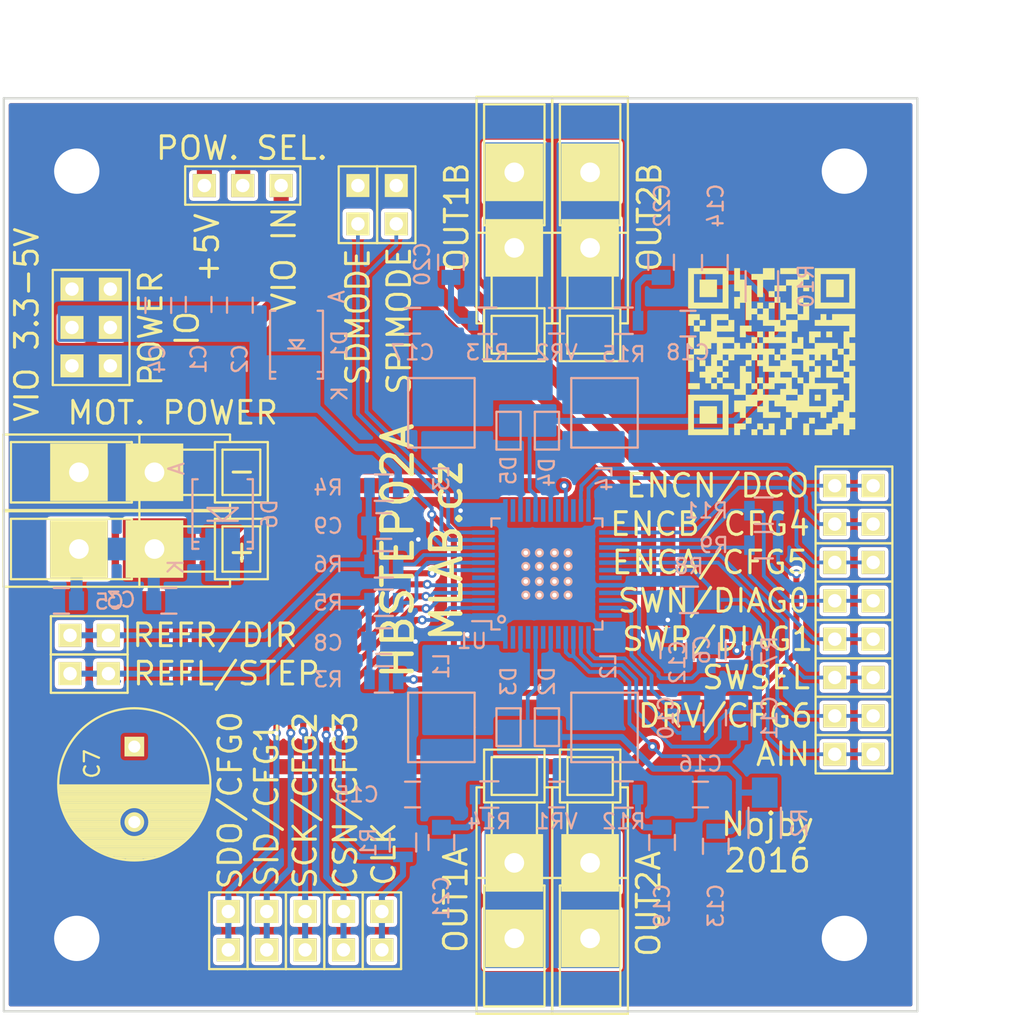
<source format=kicad_pcb>
(kicad_pcb (version 4) (host pcbnew 0.201603091917+6614~43~ubuntu15.10.1-product)
  (title_block (title NAME) (date "%d. %m. %Y") (rev REV) (company "Mlab www.mlab.cz") (comment 1 VERSION) (comment 2 "Short description\\nTwo lines are maximum") (comment 3 "nickname <email@example.com>"))
  (layers (0 F.Cu signal) (31 B.Cu signal) (34 B.Paste user) (35 F.Paste user) (36 B.SilkS user) (37 F.SilkS user) (38 B.Mask user hide) (39 F.Mask user hide) (44 Edge.Cuts user))
  (net 0 "")
  (net 1 VCOM)
  (net 2 GNDA)
  (net 3 VSS)
  (net 4 +5V)
  (net 5 "Net-(C8-Pad1)")
  (net 6 "Net-(C9-Pad1)")
  (net 7 "Net-(C10-Pad1)")
  (net 8 "Net-(C10-Pad2)")
  (net 9 "Net-(C11-Pad1)")
  (net 10 "Net-(C12-Pad1)")
  (net 11 "Net-(C13-Pad1)")
  (net 12 "Net-(C14-Pad1)")
  (net 13 "Net-(C15-Pad2)")
  (net 14 "Net-(C16-Pad1)")
  (net 15 "Net-(C17-Pad2)")
  (net 16 "Net-(C18-Pad2)")
  (net 17 "Net-(C19-Pad1)")
  (net 18 "Net-(C20-Pad2)")
  (net 19 "Net-(D2-Pad1)")
  (net 20 "Net-(D3-Pad1)")
  (net 21 "Net-(D4-Pad1)")
  (net 22 "Net-(D5-Pad1)")
  (net 23 "Net-(J4-Pad1)")
  (net 24 "Net-(J7-Pad1)")
  (net 25 "Net-(J8-Pad1)")
  (net 26 "Net-(J9-Pad1)")
  (net 27 "Net-(J10-Pad1)")
  (net 28 "Net-(J11-Pad1)")
  (net 29 "Net-(J12-Pad1)")
  (net 30 "Net-(J13-Pad1)")
  (net 31 "Net-(J14-Pad1)")
  (net 32 "Net-(J15-Pad1)")
  (net 33 VCC)
  (net 34 "Net-(J19-Pad2)")
  (net 35 "Net-(J20-Pad1)")
  (net 36 "Net-(J21-Pad1)")
  (net 37 "Net-(J22-Pad2)")
  (net 38 "Net-(J23-Pad1)")
  (net 39 "Net-(R5-Pad1)")
  (net 40 "Net-(R6-Pad1)")
  (net 41 "Net-(C21-Pad2)")
  (net 42 "Net-(C22-Pad2)")
  (module HBSTEP02A:Inductor_4.5_4.1 (layer B.Cu) (at 125.73 130.81 90)
    (fp_text reference L1 (at 4.064 0 90) (layer B.SilkS) (effects (justify mirror)))
    (fp_text value 100nH)
    (pad 1 smd rect (at 2.2 0 90) (size 1.5 2.2) (layers B.Cu B.Paste B.Mask) (net 20 "Net-(D3-Pad1)"))
    (pad 2 smd rect (at -2.2 0 90) (size 1.5 2.2) (layers B.Cu B.Paste B.Mask) (net 13 "Net-(C15-Pad2)"))
  )
  (module HBSTEP02A:SCHOT_D_MSS1P6 (layer B.Cu) (at 130.175 129.945 90)
    (fp_text reference D3 (at 2.183 0 90) (layer B.SilkS) (effects (justify mirror)))
    (fp_text value MSS1P6)
    (pad 1 smd rect (at 0.4 0 90) (size 0.8 0.8) (layers B.Cu B.Paste B.Mask) (net 20 "Net-(D3-Pad1)"))
    (pad 2 smd rect (at -1.5 0 90) (size 2 1.1) (layers B.Cu B.Paste B.Mask) (net 11 "Net-(C13-Pad1)"))
  )
  (module Capacitors_SMD:C_0805 (layer B.Cu) (at 109.6645 102.8065 90)
    (fp_text reference C1 (at -3.6195 0 90) (layer B.SilkS) (effects (justify mirror)))
    (fp_text value 4u7)
    (pad 1 smd rect (at -1 0 90) (size 1 1.25) (layers B.Cu B.Paste B.Mask) (net 1 VCOM))
    (pad 2 smd rect (at 1 0 90) (size 1 1.25) (layers B.Cu B.Paste B.Mask) (net 2 GNDA))
  )
  (module Capacitors_SMD:C_0805 (layer B.Cu) (at 112.395 102.854 90)
    (fp_text reference C2 (at -3.572 0 90) (layer B.SilkS) (effects (justify mirror)))
    (fp_text value 100nF)
    (pad 1 smd rect (at -1 0 90) (size 1 1.25) (layers B.Cu B.Paste B.Mask) (net 1 VCOM))
    (pad 2 smd rect (at 1 0 90) (size 1 1.25) (layers B.Cu B.Paste B.Mask) (net 2 GNDA))
  )
  (module Capacitors_SMD:C_0805 (layer B.Cu) (at 100.584 122.428 180)
    (fp_text reference C3 (at -3.937 0.0635 180) (layer B.SilkS) (effects (justify mirror)))
    (fp_text value 100nF)
    (pad 1 smd rect (at -1 0 180) (size 1 1.25) (layers B.Cu B.Paste B.Mask) (net 3 VSS))
    (pad 2 smd rect (at 1 0 180) (size 1 1.25) (layers B.Cu B.Paste B.Mask) (net 2 GNDA))
  )
  (module Capacitors_SMD:C_0805 (layer B.Cu) (at 106.9975 102.87 90)
    (fp_text reference C4 (at -3.556 -0.0635 90) (layer B.SilkS) (effects (justify mirror)))
    (fp_text value 100nF)
    (pad 1 smd rect (at -1 0 90) (size 1 1.25) (layers B.Cu B.Paste B.Mask) (net 1 VCOM))
    (pad 2 smd rect (at 1 0 90) (size 1 1.25) (layers B.Cu B.Paste B.Mask) (net 2 GNDA))
  )
  (module Capacitors_SMD:C_0805 (layer B.Cu) (at 107.696 122.428)
    (fp_text reference C5 (at -3.937 0.0635) (layer B.SilkS) (effects (justify mirror)))
    (fp_text value 100nF)
    (pad 1 smd rect (at -1 0) (size 1 1.25) (layers B.Cu B.Paste B.Mask) (net 3 VSS))
    (pad 2 smd rect (at 1 0) (size 1 1.25) (layers B.Cu B.Paste B.Mask) (net 2 GNDA))
  )
  (module Capacitors_SMD:C_0805 (layer B.Cu) (at 141.08241 125.73 270)
    (fp_text reference C6 (at -0.0635 -1.905 270) (layer B.SilkS) (effects (justify mirror)))
    (fp_text value 4u7)
    (pad 1 smd rect (at -1 0 270) (size 1 1.25) (layers B.Cu B.Paste B.Mask) (net 4 +5V))
    (pad 2 smd rect (at 1 0 270) (size 1 1.25) (layers B.Cu B.Paste B.Mask) (net 2 GNDA))
  )
  (module Capacitors_ThroughHole:C_Radial_D10_L13_P5 (layer F.Cu) (at 105.41 132.08 270)
    (fp_text reference C7 (at 1.143 2.794 270) (layer F.SilkS))
    (fp_text value 100uF/50V)
    (pad 1 thru_hole rect (at 0 0 270) (size 1.3 1.3) (drill 0.8) (layers *.Cu *.Mask F.SilkS) (net 3 VSS))
    (pad 2 thru_hole circle (at 5 0 270) (size 1.3 1.3) (drill 0.8) (layers *.Cu *.Mask F.SilkS) (net 2 GNDA))
  )
  (module Capacitors_SMD:C_0805 (layer B.Cu) (at 121.92 125.095)
    (fp_text reference C8 (at -3.683 0.127) (layer B.SilkS) (effects (justify mirror)))
    (fp_text value 1nF)
    (pad 1 smd rect (at -1 0) (size 1 1.25) (layers B.Cu B.Paste B.Mask) (net 5 "Net-(C8-Pad1)"))
    (pad 2 smd rect (at 1 0) (size 1 1.25) (layers B.Cu B.Paste B.Mask) (net 2 GNDA))
  )
  (module Capacitors_SMD:C_0805 (layer B.Cu) (at 121.92 117.475)
    (fp_text reference C9 (at -3.683 0) (layer B.SilkS) (effects (justify mirror)))
    (fp_text value 1nF)
    (pad 1 smd rect (at -1 0) (size 1 1.25) (layers B.Cu B.Paste B.Mask) (net 6 "Net-(C9-Pad1)"))
    (pad 2 smd rect (at 1 0) (size 1 1.25) (layers B.Cu B.Paste B.Mask) (net 2 GNDA))
  )
  (module Capacitors_SMD:C_0805 (layer B.Cu) (at 142.24 130.175 270)
    (fp_text reference C10 (at 0 1.651 270) (layer B.SilkS) (effects (justify mirror)))
    (fp_text value 22n)
    (pad 1 smd rect (at -1 0 270) (size 1 1.25) (layers B.Cu B.Paste B.Mask) (net 7 "Net-(C10-Pad1)"))
    (pad 2 smd rect (at 1 0 270) (size 1 1.25) (layers B.Cu B.Paste B.Mask) (net 8 "Net-(C10-Pad2)"))
  )
  (module Capacitors_SMD:C_0805 (layer B.Cu) (at 145.415 130.175 270)
    (fp_text reference C11 (at 0 -2.032 270) (layer B.SilkS) (effects (justify mirror)))
    (fp_text value 100nF)
    (pad 1 smd rect (at -1 0 270) (size 1 1.25) (layers B.Cu B.Paste B.Mask) (net 9 "Net-(C11-Pad1)"))
    (pad 2 smd rect (at 1 0 270) (size 1 1.25) (layers B.Cu B.Paste B.Mask) (net 3 VSS))
  )
  (module Capacitors_SMD:C_0805 (layer B.Cu) (at 143.256 125.73 90)
    (fp_text reference C12 (at -0.762 -1.905 90) (layer B.SilkS) (effects (justify mirror)))
    (fp_text value 470nF)
    (pad 1 smd rect (at -1 0 90) (size 1 1.25) (layers B.Cu B.Paste B.Mask) (net 10 "Net-(C12-Pad1)"))
    (pad 2 smd rect (at 1 0 90) (size 1 1.25) (layers B.Cu B.Paste B.Mask) (net 2 GNDA))
  )
  (module Capacitors_SMD:C_0805 (layer B.Cu) (at 143.891 138.684 270)
    (fp_text reference C13 (at 3.937 0 270) (layer B.SilkS) (effects (justify mirror)))
    (fp_text value 100nF)
    (pad 1 smd rect (at -1 0 270) (size 1 1.25) (layers B.Cu B.Paste B.Mask) (net 11 "Net-(C13-Pad1)"))
    (pad 2 smd rect (at 1 0 270) (size 1 1.25) (layers B.Cu B.Paste B.Mask) (net 2 GNDA))
  )
  (module Capacitors_SMD:C_0805 (layer B.Cu) (at 143.8275 100.0285 90)
    (fp_text reference C14 (at 3.7625 0.0635 90) (layer B.SilkS) (effects (justify mirror)))
    (fp_text value 100nF)
    (pad 1 smd rect (at -1 0 90) (size 1 1.25) (layers B.Cu B.Paste B.Mask) (net 12 "Net-(C14-Pad1)"))
    (pad 2 smd rect (at 1 0 90) (size 1 1.25) (layers B.Cu B.Paste B.Mask) (net 2 GNDA))
  )
  (module Capacitors_SMD:C_0805 (layer B.Cu) (at 123.825 135.255)
    (fp_text reference C15 (at -3.683 0) (layer B.SilkS) (effects (justify mirror)))
    (fp_text value 470pF)
    (pad 1 smd rect (at -1 0) (size 1 1.25) (layers B.Cu B.Paste B.Mask) (net 2 GNDA))
    (pad 2 smd rect (at 1 0) (size 1 1.25) (layers B.Cu B.Paste B.Mask) (net 13 "Net-(C15-Pad2)"))
  )
  (module Capacitors_SMD:C_0805 (layer B.Cu) (at 142.875 135.255)
    (fp_text reference C16 (at 0 -2.032) (layer B.SilkS) (effects (justify mirror)))
    (fp_text value 470pF)
    (pad 1 smd rect (at -1 0) (size 1 1.25) (layers B.Cu B.Paste B.Mask) (net 14 "Net-(C16-Pad1)"))
    (pad 2 smd rect (at 1 0) (size 1 1.25) (layers B.Cu B.Paste B.Mask) (net 2 GNDA))
  )
  (module Capacitors_SMD:C_0805 (layer B.Cu) (at 123.825 103.886)
    (fp_text reference C17 (at 0 2.1) (layer B.SilkS) (effects (justify mirror)))
    (fp_text value 470pF)
    (pad 1 smd rect (at -1 0) (size 1 1.25) (layers B.Cu B.Paste B.Mask) (net 2 GNDA))
    (pad 2 smd rect (at 1 0) (size 1 1.25) (layers B.Cu B.Paste B.Mask) (net 15 "Net-(C17-Pad2)"))
  )
  (module Capacitors_SMD:C_0805 (layer B.Cu) (at 142.0495 104.0765 180)
    (fp_text reference C18 (at 0 -1.905 180) (layer B.SilkS) (effects (justify mirror)))
    (fp_text value 470pF)
    (pad 1 smd rect (at -1 0 180) (size 1 1.25) (layers B.Cu B.Paste B.Mask) (net 2 GNDA))
    (pad 2 smd rect (at 1 0 180) (size 1 1.25) (layers B.Cu B.Paste B.Mask) (net 16 "Net-(C18-Pad2)"))
  )
  (module Capacitors_SMD:C_0805 (layer B.Cu) (at 140.335 138.43 270)
    (fp_text reference C19 (at 4.191 0 270) (layer B.SilkS) (effects (justify mirror)))
    (fp_text value 4n7)
    (pad 1 smd rect (at -1 0 270) (size 1 1.25) (layers B.Cu B.Paste B.Mask) (net 17 "Net-(C19-Pad1)"))
    (pad 2 smd rect (at 1 0 270) (size 1 1.25) (layers B.Cu B.Paste B.Mask) (net 2 GNDA))
  )
  (module Capacitors_SMD:C_0805 (layer B.Cu) (at 126.365 100.0125 270)
    (fp_text reference C20 (at 0.127 1.905 270) (layer B.SilkS) (effects (justify mirror)))
    (fp_text value 4n7)
    (pad 1 smd rect (at -1 0 270) (size 1 1.25) (layers B.Cu B.Paste B.Mask) (net 2 GNDA))
    (pad 2 smd rect (at 1 0 270) (size 1 1.25) (layers B.Cu B.Paste B.Mask) (net 18 "Net-(C20-Pad2)"))
  )
  (module Capacitors_SMD:C_0805 (layer B.Cu) (at 125.73 138.43 90)
    (fp_text reference C21 (at -3.683 0 90) (layer B.SilkS) (effects (justify mirror)))
    (fp_text value 4n7)
    (pad 1 smd rect (at -1 0 90) (size 1 1.25) (layers B.Cu B.Paste B.Mask) (net 2 GNDA))
    (pad 2 smd rect (at 1 0 90) (size 1 1.25) (layers B.Cu B.Paste B.Mask) (net 41 "Net-(C21-Pad2)"))
  )
  (module Capacitors_SMD:C_0805 (layer B.Cu) (at 140.2715 100.0125 270)
    (fp_text reference C22 (at -3.7465 -0.0635 270) (layer B.SilkS) (effects (justify mirror)))
    (fp_text value 4n7)
    (pad 1 smd rect (at -1 0 270) (size 1 1.25) (layers B.Cu B.Paste B.Mask) (net 2 GNDA))
    (pad 2 smd rect (at 1 0 270) (size 1 1.25) (layers B.Cu B.Paste B.Mask) (net 42 "Net-(C22-Pad2)"))
  )
  (module Diodes_SMD:SMA_Handsoldering (layer B.Cu) (at 116.1415 105.4735 90)
    (fp_text reference D1 (at 0 2.85 90) (layer B.SilkS) (effects (justify mirror)))
    (fp_text value M4)
    (fp_text user K (at -3.2385 2.8575 90) (layer B.SilkS) (effects (justify mirror)))
    (fp_text user A (at 3.175 2.667 90) (layer B.SilkS) (effects (justify mirror)))
    (pad 1 smd rect (at -2.49936 0 90) (size 3.50012 1.80086) (layers B.Cu B.Paste B.Mask) (net 1 VCOM))
    (pad 2 smd rect (at 2.49936 0 90) (size 3.50012 1.80086) (layers B.Cu B.Paste B.Mask) (net 2 GNDA))
  )
  (module HBSTEP02A:SCHOT_D_MSS1P6 (layer B.Cu) (at 132.715 129.945 90)
    (fp_text reference D2 (at 2.183 0 90) (layer B.SilkS) (effects (justify mirror)))
    (fp_text value MSS1P6)
    (pad 1 smd rect (at 0.4 0 90) (size 0.8 0.8) (layers B.Cu B.Paste B.Mask) (net 19 "Net-(D2-Pad1)"))
    (pad 2 smd rect (at -1.5 0 90) (size 2 1.1) (layers B.Cu B.Paste B.Mask) (net 11 "Net-(C13-Pad1)"))
  )
  (module HBSTEP02A:SCHOT_D_MSS1P6 (layer B.Cu) (at 132.715 112.014 270)
    (fp_text reference D4 (at 1.905 0 270) (layer B.SilkS) (effects (justify mirror)))
    (fp_text value MSS1P6)
    (pad 1 smd rect (at 0.4 0 270) (size 0.8 0.8) (layers B.Cu B.Paste B.Mask) (net 21 "Net-(D4-Pad1)"))
    (pad 2 smd rect (at -1.5 0 270) (size 2 1.1) (layers B.Cu B.Paste B.Mask) (net 12 "Net-(C14-Pad1)"))
  )
  (module HBSTEP02A:SCHOT_D_MSS1P6 (layer B.Cu) (at 130.175 112.014 270)
    (fp_text reference D5 (at 1.778 0 270) (layer B.SilkS) (effects (justify mirror)))
    (fp_text value MSS1P6)
    (pad 1 smd rect (at 0.4 0 270) (size 0.8 0.8) (layers B.Cu B.Paste B.Mask) (net 22 "Net-(D5-Pad1)"))
    (pad 2 smd rect (at -1.5 0 270) (size 2 1.1) (layers B.Cu B.Paste B.Mask) (net 12 "Net-(C14-Pad1)"))
  )
  (module Mlab_Pin_Headers:Straight_2x03 (layer F.Cu) (at 102.5525 104.3305)
    (fp_text reference J1 hide)
    (fp_text value "VIO 3.3-5V" (at -4.2545 -0.1905 270) (layer F.SilkS) (effects (font (size 1.5 1.5) (thickness 0.2))))
    (pad 1 thru_hole rect (at -1.27 -2.54) (size 1.524 1.524) (drill 0.889) (layers *.Cu *.Mask F.SilkS) (net 2 GNDA))
    (pad 2 thru_hole rect (at 1.27 -2.54) (size 1.524 1.524) (drill 0.889) (layers *.Cu *.Mask F.SilkS) (net 2 GNDA))
    (pad 3 thru_hole rect (at -1.27 0) (size 1.524 1.524) (drill 0.889) (layers *.Cu *.Mask F.SilkS) (net 1 VCOM))
    (pad 4 thru_hole rect (at 1.27 0) (size 1.524 1.524) (drill 0.889) (layers *.Cu *.Mask F.SilkS) (net 1 VCOM))
    (pad 5 thru_hole rect (at -1.27 2.54) (size 1.524 1.524) (drill 0.889) (layers *.Cu *.Mask F.SilkS) (net 2 GNDA))
    (pad 6 thru_hole rect (at 1.27 2.54) (size 1.524 1.524) (drill 0.889) (layers *.Cu *.Mask F.SilkS) (net 2 GNDA))
  )
  (module Mlab_Pin_Headers:Straight_1x02 (layer F.Cu) (at 102.4255 127.25079 90)
    (fp_text reference J2 hide)
    (fp_text value REFL/STEP (at 0 9.0805 180) (layer F.SilkS) (effects (font (size 1.5 1.5) (thickness 0.2))))
    (pad 2 thru_hole rect (at 0 1.27 90) (size 1.524 1.524) (drill 0.889) (layers *.Cu *.Mask F.SilkS) (net 5 "Net-(C8-Pad1)"))
    (pad 1 thru_hole rect (at 0 -1.27 90) (size 1.524 1.524) (drill 0.889) (layers *.Cu *.Mask F.SilkS) (net 5 "Net-(C8-Pad1)"))
  )
  (module Mlab_Pin_Headers:Straight_1x02 (layer F.Cu) (at 102.4255 124.714 90)
    (fp_text reference J3 hide)
    (fp_text value REFR/DIR (at 0 8.3185 180) (layer F.SilkS) (effects (font (size 1.5 1.5) (thickness 0.2))))
    (pad 2 thru_hole rect (at 0 1.27 90) (size 1.524 1.524) (drill 0.889) (layers *.Cu *.Mask F.SilkS) (net 6 "Net-(C9-Pad1)"))
    (pad 1 thru_hole rect (at 0 -1.27 90) (size 1.524 1.524) (drill 0.889) (layers *.Cu *.Mask F.SilkS) (net 6 "Net-(C9-Pad1)"))
  )
  (module Mlab_Pin_Headers:Straight_1x02 (layer F.Cu) (at 121.793 144.272 180)
    (fp_text reference J4 hide)
    (fp_text value CLK (at -0.127 5.08 270) (layer F.SilkS) (effects (font (size 1.5 1.5) (thickness 0.2))))
    (pad 2 thru_hole rect (at 0 1.27 180) (size 1.524 1.524) (drill 0.889) (layers *.Cu *.Mask F.SilkS) (net 23 "Net-(J4-Pad1)"))
    (pad 1 thru_hole rect (at 0 -1.27 180) (size 1.524 1.524) (drill 0.889) (layers *.Cu *.Mask F.SilkS) (net 23 "Net-(J4-Pad1)"))
  )
  (module Mlab_Con:WAGO256 (layer F.Cu) (at 104.2035 118.999)
    (fp_text reference J5 hide)
    (fp_text value CONN1_1 hide)
    (pad 1 thru_hole rect (at -2.46 0 90) (size 3.81 3.81) (drill 1.3) (layers *.Cu *.Mask F.SilkS) (net 3 VSS))
    (pad 1 thru_hole rect (at 2.54 0 90) (size 3.81 3.81) (drill 1.3) (layers *.Cu *.Mask F.SilkS) (net 3 VSS))
  )
  (module Mlab_Con:WAGO256 (layer F.Cu) (at 104.2035 113.919)
    (fp_text reference J6 hide)
    (fp_text value CONN1_1 hide)
    (pad 1 thru_hole rect (at -2.46 0 90) (size 3.81 3.81) (drill 1.3) (layers *.Cu *.Mask F.SilkS) (net 2 GNDA))
    (pad 1 thru_hole rect (at 2.54 0 90) (size 3.81 3.81) (drill 1.3) (layers *.Cu *.Mask F.SilkS) (net 2 GNDA))
  )
  (module Mlab_Pin_Headers:Straight_1x02 (layer F.Cu) (at 119.253 144.272)
    (fp_text reference J7 hide)
    (fp_text value CSN/CFG3 (at 0.127 -8.636 90) (layer F.SilkS) (effects (font (size 1.5 1.5) (thickness 0.2))))
    (pad 2 thru_hole rect (at 0 1.27) (size 1.524 1.524) (drill 0.889) (layers *.Cu *.Mask F.SilkS) (net 24 "Net-(J7-Pad1)"))
    (pad 1 thru_hole rect (at 0 -1.27) (size 1.524 1.524) (drill 0.889) (layers *.Cu *.Mask F.SilkS) (net 24 "Net-(J7-Pad1)"))
  )
  (module Mlab_Pin_Headers:Straight_1x02 (layer F.Cu) (at 116.713 144.272 180)
    (fp_text reference J8 hide)
    (fp_text value SCK/CFG2 (at 0 8.636 270) (layer F.SilkS) (effects (font (size 1.5 1.5) (thickness 0.2))))
    (pad 2 thru_hole rect (at 0 1.27 180) (size 1.524 1.524) (drill 0.889) (layers *.Cu *.Mask F.SilkS) (net 25 "Net-(J8-Pad1)"))
    (pad 1 thru_hole rect (at 0 -1.27 180) (size 1.524 1.524) (drill 0.889) (layers *.Cu *.Mask F.SilkS) (net 25 "Net-(J8-Pad1)"))
  )
  (module Mlab_Pin_Headers:Straight_1x02 (layer F.Cu) (at 114.173 144.272 180)
    (fp_text reference J9 hide)
    (fp_text value SID/CFG1 (at 0 8.382 270) (layer F.SilkS) (effects (font (size 1.5 1.5) (thickness 0.2))))
    (pad 2 thru_hole rect (at 0 1.27 180) (size 1.524 1.524) (drill 0.889) (layers *.Cu *.Mask F.SilkS) (net 26 "Net-(J9-Pad1)"))
    (pad 1 thru_hole rect (at 0 -1.27 180) (size 1.524 1.524) (drill 0.889) (layers *.Cu *.Mask F.SilkS) (net 26 "Net-(J9-Pad1)"))
  )
  (module Mlab_Pin_Headers:Straight_1x02 (layer F.Cu) (at 111.633 144.272 180)
    (fp_text reference J10 hide)
    (fp_text value SDO/CFG0 (at -0.127 8.636 270) (layer F.SilkS) (effects (font (size 1.5 1.5) (thickness 0.2))))
    (pad 2 thru_hole rect (at 0 1.27 180) (size 1.524 1.524) (drill 0.889) (layers *.Cu *.Mask F.SilkS) (net 27 "Net-(J10-Pad1)"))
    (pad 1 thru_hole rect (at 0 -1.27 180) (size 1.524 1.524) (drill 0.889) (layers *.Cu *.Mask F.SilkS) (net 27 "Net-(J10-Pad1)"))
  )
  (module Mlab_Pin_Headers:Straight_1x02 (layer F.Cu) (at 153.035 114.808 90)
    (fp_text reference J11 hide)
    (fp_text value ENCN/DCO (at 0 -9.017 180) (layer F.SilkS) (effects (font (size 1.5 1.5) (thickness 0.2))))
    (pad 2 thru_hole rect (at 0 1.27 90) (size 1.524 1.524) (drill 0.889) (layers *.Cu *.Mask F.SilkS) (net 28 "Net-(J11-Pad1)"))
    (pad 1 thru_hole rect (at 0 -1.27 90) (size 1.524 1.524) (drill 0.889) (layers *.Cu *.Mask F.SilkS) (net 28 "Net-(J11-Pad1)"))
  )
  (module Mlab_Pin_Headers:Straight_1x02 (layer F.Cu) (at 153.035 117.348 90)
    (fp_text reference J12 hide)
    (fp_text value ENCB/CFG4 (at 0 -9.525 180) (layer F.SilkS) (effects (font (size 1.5 1.5) (thickness 0.2))))
    (pad 2 thru_hole rect (at 0 1.27 90) (size 1.524 1.524) (drill 0.889) (layers *.Cu *.Mask F.SilkS) (net 29 "Net-(J12-Pad1)"))
    (pad 1 thru_hole rect (at 0 -1.27 90) (size 1.524 1.524) (drill 0.889) (layers *.Cu *.Mask F.SilkS) (net 29 "Net-(J12-Pad1)"))
  )
  (module Mlab_Pin_Headers:Straight_1x02 (layer F.Cu) (at 153.035 119.888 270)
    (fp_text reference J13 hide)
    (fp_text value ENCA/CFG5 (at 0 9.525 360) (layer F.SilkS) (effects (font (size 1.5 1.5) (thickness 0.2))))
    (pad 2 thru_hole rect (at 0 1.27 270) (size 1.524 1.524) (drill 0.889) (layers *.Cu *.Mask F.SilkS) (net 30 "Net-(J13-Pad1)"))
    (pad 1 thru_hole rect (at 0 -1.27 270) (size 1.524 1.524) (drill 0.889) (layers *.Cu *.Mask F.SilkS) (net 30 "Net-(J13-Pad1)"))
  )
  (module Mlab_Pin_Headers:Straight_1x02 (layer F.Cu) (at 153.035 124.968 90)
    (fp_text reference J14 hide)
    (fp_text value SWP/DIAG1 (at 0 -9.017 180) (layer F.SilkS) (effects (font (size 1.5 1.5) (thickness 0.2))))
    (pad 2 thru_hole rect (at 0 1.27 90) (size 1.524 1.524) (drill 0.889) (layers *.Cu *.Mask F.SilkS) (net 31 "Net-(J14-Pad1)"))
    (pad 1 thru_hole rect (at 0 -1.27 90) (size 1.524 1.524) (drill 0.889) (layers *.Cu *.Mask F.SilkS) (net 31 "Net-(J14-Pad1)"))
  )
  (module Mlab_Pin_Headers:Straight_1x02 (layer F.Cu) (at 153.035 122.428 90)
    (fp_text reference J15 hide)
    (fp_text value SWN/DIAG0 (at 0 -9.271 180) (layer F.SilkS) (effects (font (size 1.5 1.5) (thickness 0.2))))
    (pad 2 thru_hole rect (at 0 1.27 90) (size 1.524 1.524) (drill 0.889) (layers *.Cu *.Mask F.SilkS) (net 32 "Net-(J15-Pad1)"))
    (pad 1 thru_hole rect (at 0 -1.27 90) (size 1.524 1.524) (drill 0.889) (layers *.Cu *.Mask F.SilkS) (net 32 "Net-(J15-Pad1)"))
  )
  (module Mlab_Con:WAGO256 (layer F.Cu) (at 130.556 142.32 90)
    (fp_text reference J16 hide)
    (fp_text value CONN1_1 hide)
    (pad 1 thru_hole rect (at -2.46 0 180) (size 3.81 3.81) (drill 1.3) (layers *.Cu *.Mask F.SilkS) (net 13 "Net-(C15-Pad2)"))
    (pad 1 thru_hole rect (at 2.54 0 180) (size 3.81 3.81) (drill 1.3) (layers *.Cu *.Mask F.SilkS) (net 13 "Net-(C15-Pad2)"))
  )
  (module Mlab_Con:WAGO256 (layer F.Cu) (at 135.5725 142.32 90)
    (fp_text reference J17 hide)
    (fp_text value CONN1_1 hide)
    (pad 1 thru_hole rect (at -2.46 0 180) (size 3.81 3.81) (drill 1.3) (layers *.Cu *.Mask F.SilkS) (net 14 "Net-(C16-Pad1)"))
    (pad 1 thru_hole rect (at 2.54 0 180) (size 3.81 3.81) (drill 1.3) (layers *.Cu *.Mask F.SilkS) (net 14 "Net-(C16-Pad1)"))
  )
  (module Mlab_Pin_Headers:Straight_1x03 (layer F.Cu) (at 112.5855 94.9325 90)
    (fp_text reference J18 hide)
    (fp_text value "POW. SEL." (at 2.4765 -0.0635 180) (layer F.SilkS) (effects (font (size 1.5 1.5) (thickness 0.2))))
    (pad 3 thru_hole rect (at 0 2.54 90) (size 1.524 1.524) (drill 0.889) (layers *.Cu *.Mask F.SilkS) (net 1 VCOM))
    (pad 2 thru_hole rect (at 0 0 90) (size 1.524 1.524) (drill 0.889) (layers *.Cu *.Mask F.SilkS) (net 33 VCC))
    (pad 1 thru_hole rect (at 0 -2.54 90) (size 1.524 1.524) (drill 0.889) (layers *.Cu *.Mask F.SilkS) (net 4 +5V))
  )
  (module Mlab_Pin_Headers:Straight_1x02 (layer F.Cu) (at 120.2055 96.2025)
    (fp_text reference J19 hide)
    (fp_text value SDMODE (at 0 7.4295 90) (layer F.SilkS) (effects (font (size 1.5 1.5) (thickness 0.2))))
    (pad 2 thru_hole rect (at 0 1.27) (size 1.524 1.524) (drill 0.889) (layers *.Cu *.Mask F.SilkS) (net 34 "Net-(J19-Pad2)"))
    (pad 1 thru_hole rect (at 0 -1.27) (size 1.524 1.524) (drill 0.889) (layers *.Cu *.Mask F.SilkS) (net 2 GNDA))
  )
  (module Mlab_Pin_Headers:Straight_1x02 (layer F.Cu) (at 153.035 130.048 90)
    (fp_text reference J20 hide)
    (fp_text value DRV/CFG6 (at 0 -8.509 180) (layer F.SilkS) (effects (font (size 1.5 1.5) (thickness 0.2))))
    (pad 2 thru_hole rect (at 0 1.27 90) (size 1.524 1.524) (drill 0.889) (layers *.Cu *.Mask F.SilkS) (net 35 "Net-(J20-Pad1)"))
    (pad 1 thru_hole rect (at 0 -1.27 90) (size 1.524 1.524) (drill 0.889) (layers *.Cu *.Mask F.SilkS) (net 35 "Net-(J20-Pad1)"))
  )
  (module Mlab_Pin_Headers:Straight_1x02 (layer F.Cu) (at 153.035 127.508 90)
    (fp_text reference J21 hide)
    (fp_text value SWSEL (at 0 -6.477 180) (layer F.SilkS) (effects (font (size 1.5 1.5) (thickness 0.2))))
    (pad 2 thru_hole rect (at 0 1.27 90) (size 1.524 1.524) (drill 0.889) (layers *.Cu *.Mask F.SilkS) (net 36 "Net-(J21-Pad1)"))
    (pad 1 thru_hole rect (at 0 -1.27 90) (size 1.524 1.524) (drill 0.889) (layers *.Cu *.Mask F.SilkS) (net 36 "Net-(J21-Pad1)"))
  )
  (module Mlab_Pin_Headers:Straight_1x02 (layer F.Cu) (at 122.7455 96.2025)
    (fp_text reference J22 hide)
    (fp_text value SPIMODE (at 0.1905 7.6835 90) (layer F.SilkS) (effects (font (size 1.5 1.5) (thickness 0.2))))
    (pad 2 thru_hole rect (at 0 1.27) (size 1.524 1.524) (drill 0.889) (layers *.Cu *.Mask F.SilkS) (net 37 "Net-(J22-Pad2)"))
    (pad 1 thru_hole rect (at 0 -1.27) (size 1.524 1.524) (drill 0.889) (layers *.Cu *.Mask F.SilkS) (net 2 GNDA))
  )
  (module Mlab_Pin_Headers:Straight_1x02 (layer F.Cu) (at 153.035 132.588 90)
    (fp_text reference J23 hide)
    (fp_text value AIN (at 0 -4.699 180) (layer F.SilkS) (effects (font (size 1.5 1.5) (thickness 0.2))))
    (pad 2 thru_hole rect (at 0 1.27 90) (size 1.524 1.524) (drill 0.889) (layers *.Cu *.Mask F.SilkS) (net 38 "Net-(J23-Pad1)"))
    (pad 1 thru_hole rect (at 0 -1.27 90) (size 1.524 1.524) (drill 0.889) (layers *.Cu *.Mask F.SilkS) (net 38 "Net-(J23-Pad1)"))
  )
  (module Mlab_Con:WAGO256 (layer F.Cu) (at 130.556 96.52 270)
    (fp_text reference J24 hide)
    (fp_text value CONN1_1 hide)
    (pad 1 thru_hole rect (at -2.46 0) (size 3.81 3.81) (drill 1.3) (layers *.Cu *.Mask F.SilkS) (net 15 "Net-(C17-Pad2)"))
    (pad 1 thru_hole rect (at 2.54 0) (size 3.81 3.81) (drill 1.3) (layers *.Cu *.Mask F.SilkS) (net 15 "Net-(C17-Pad2)"))
  )
  (module Mlab_Con:WAGO256 (layer F.Cu) (at 135.5725 96.52 270)
    (fp_text reference J25 hide)
    (fp_text value CONN1_1 hide)
    (pad 1 thru_hole rect (at -2.46 0) (size 3.81 3.81) (drill 1.3) (layers *.Cu *.Mask F.SilkS) (net 16 "Net-(C18-Pad2)"))
    (pad 1 thru_hole rect (at 2.54 0) (size 3.81 3.81) (drill 1.3) (layers *.Cu *.Mask F.SilkS) (net 16 "Net-(C18-Pad2)"))
  )
  (module HBSTEP02A:Inductor_4.5_4.1 (layer B.Cu) (at 136.525 130.81 90)
    (fp_text reference L2 (at 4.064 0.254 90) (layer B.SilkS) (effects (justify mirror)))
    (fp_text value 100nH)
    (pad 1 smd rect (at 2.2 0 90) (size 1.5 2.2) (layers B.Cu B.Paste B.Mask) (net 19 "Net-(D2-Pad1)"))
    (pad 2 smd rect (at -2.2 0 90) (size 1.5 2.2) (layers B.Cu B.Paste B.Mask) (net 14 "Net-(C16-Pad1)"))
  )
  (module HBSTEP02A:Inductor_4.5_4.1 (layer B.Cu) (at 125.73 109.982 270)
    (fp_text reference L3 (at 4.318 0 270) (layer B.SilkS) (effects (justify mirror)))
    (fp_text value 100nH)
    (pad 1 smd rect (at 2.2 0 270) (size 1.5 2.2) (layers B.Cu B.Paste B.Mask) (net 22 "Net-(D5-Pad1)"))
    (pad 2 smd rect (at -2.2 0 270) (size 1.5 2.2) (layers B.Cu B.Paste B.Mask) (net 15 "Net-(C17-Pad2)"))
  )
  (module HBSTEP02A:Inductor_4.5_4.1 (layer B.Cu) (at 136.525 109.982 270)
    (fp_text reference L4 (at 4.318 0 270) (layer B.SilkS) (effects (justify mirror)))
    (fp_text value 100nH)
    (pad 1 smd rect (at 2.2 0 270) (size 1.5 2.2) (layers B.Cu B.Paste B.Mask) (net 21 "Net-(D4-Pad1)"))
    (pad 2 smd rect (at -2.2 0 270) (size 1.5 2.2) (layers B.Cu B.Paste B.Mask) (net 16 "Net-(C18-Pad2)"))
  )
  (module Mlab_Mechanical:MountingHole_3mm (layer F.Cu) (at 101.6 144.78)
    (fp_text reference M1 hide)
    (fp_text value HOLE hide)
    (pad 1 thru_hole circle (at 0 0) (size 6 6) (drill 3) (layers *.Cu *.Adhes *.Mask) (net 2 GNDA) (clearance 1))
  )
  (module Mlab_Mechanical:MountingHole_3mm (layer F.Cu) (at 152.4 93.98)
    (fp_text reference M2 hide)
    (fp_text value HOLE hide)
    (pad 1 thru_hole circle (at 0 0) (size 6 6) (drill 3) (layers *.Cu *.Adhes *.Mask) (net 2 GNDA) (clearance 1))
  )
  (module Mlab_Mechanical:MountingHole_3mm (layer F.Cu) (at 152.4 144.78)
    (fp_text reference M3 hide)
    (fp_text value HOLE hide)
    (pad 1 thru_hole circle (at 0 0) (size 6 6) (drill 3) (layers *.Cu *.Adhes *.Mask) (net 2 GNDA) (clearance 1))
  )
  (module Mlab_Mechanical:MountingHole_3mm (layer F.Cu) (at 101.6 93.98)
    (fp_text reference M4 hide)
    (fp_text value HOLE hide)
    (pad 1 thru_hole circle (at 0 0) (size 6 6) (drill 3) (layers *.Cu *.Adhes *.Mask) (net 2 GNDA) (clearance 1))
  )
  (module Resistors_SMD:R_0805 (layer B.Cu) (at 123.19 138.43 90)
    (fp_text reference R1 (at 0 -2.286 90) (layer B.SilkS) (effects (justify mirror)))
    (fp_text value 1k)
    (pad 1 smd rect (at -0.95 0 90) (size 0.7 1.3) (layers B.Cu B.Paste B.Mask) (net 23 "Net-(J4-Pad1)"))
    (pad 2 smd rect (at 0.95 0 90) (size 0.7 1.3) (layers B.Cu B.Paste B.Mask) (net 2 GNDA))
  )
  (module Resistors_SMD:R_1206_HandSoldering (layer B.Cu) (at 147.1295 137.128 90)
    (fp_text reference R2 (at 0 2.3 90) (layer B.SilkS) (effects (justify mirror)))
    (fp_text value 0R27)
    (pad 1 smd rect (at -2 0 90) (size 2 1.7) (layers B.Cu B.Paste B.Mask) (net 2 GNDA))
    (pad 2 smd rect (at 2 0 90) (size 2 1.7) (layers B.Cu B.Paste B.Mask) (net 11 "Net-(C13-Pad1)"))
  )
  (module Resistors_SMD:R_0805 (layer B.Cu) (at 121.92 127.635 180)
    (fp_text reference R3 (at 3.683 0 180) (layer B.SilkS) (effects (justify mirror)))
    (fp_text value 10k)
    (pad 1 smd rect (at -0.95 0 180) (size 0.7 1.3) (layers B.Cu B.Paste B.Mask) (net 1 VCOM))
    (pad 2 smd rect (at 0.95 0 180) (size 0.7 1.3) (layers B.Cu B.Paste B.Mask) (net 5 "Net-(C8-Pad1)"))
  )
  (module Resistors_SMD:R_0805 (layer B.Cu) (at 121.92 114.935 180)
    (fp_text reference R4 (at 3.683 0 180) (layer B.SilkS) (effects (justify mirror)))
    (fp_text value 10k)
    (pad 1 smd rect (at -0.95 0 180) (size 0.7 1.3) (layers B.Cu B.Paste B.Mask) (net 1 VCOM))
    (pad 2 smd rect (at 0.95 0 180) (size 0.7 1.3) (layers B.Cu B.Paste B.Mask) (net 6 "Net-(C9-Pad1)"))
  )
  (module Resistors_SMD:R_0805 (layer B.Cu) (at 121.92 122.555 180)
    (fp_text reference R5 (at 3.683 0 180) (layer B.SilkS) (effects (justify mirror)))
    (fp_text value 22k)
    (pad 1 smd rect (at -0.95 0 180) (size 0.7 1.3) (layers B.Cu B.Paste B.Mask) (net 39 "Net-(R5-Pad1)"))
    (pad 2 smd rect (at 0.95 0 180) (size 0.7 1.3) (layers B.Cu B.Paste B.Mask) (net 5 "Net-(C8-Pad1)"))
  )
  (module Resistors_SMD:R_0805 (layer B.Cu) (at 121.92 120.015 180)
    (fp_text reference R6 (at 3.683 0 180) (layer B.SilkS) (effects (justify mirror)))
    (fp_text value 22k)
    (pad 1 smd rect (at -0.95 0 180) (size 0.7 1.3) (layers B.Cu B.Paste B.Mask) (net 40 "Net-(R6-Pad1)"))
    (pad 2 smd rect (at 0.95 0 180) (size 0.7 1.3) (layers B.Cu B.Paste B.Mask) (net 6 "Net-(C9-Pad1)"))
  )
  (module Resistors_SMD:R_0805 (layer B.Cu) (at 145.415 125.73 270)
    (fp_text reference R7 (at 0 -2.032 270) (layer B.SilkS) (effects (justify mirror)))
    (fp_text value 3.3)
    (pad 1 smd rect (at -0.95 0 270) (size 0.7 1.3) (layers B.Cu B.Paste B.Mask) (net 33 VCC))
    (pad 2 smd rect (at 0.95 0 270) (size 0.7 1.3) (layers B.Cu B.Paste B.Mask) (net 10 "Net-(C12-Pad1)"))
  )
  (module Resistors_SMD:R_0805_HandSoldering (layer B.Cu) (at 142.113 122.3645)
    (fp_text reference R8 (at 0 -2.2225) (layer B.SilkS) (effects (justify mirror)))
    (fp_text value _R)
    (pad 1 smd rect (at -1.35 0) (size 1.5 1.3) (layers B.Cu B.Paste B.Mask) (net 4 +5V))
    (pad 2 smd rect (at 1.35 0) (size 1.5 1.3) (layers B.Cu B.Paste B.Mask) (net 38 "Net-(J23-Pad1)"))
  )
  (module Resistors_SMD:R_0805 (layer B.Cu) (at 147.066 118.745 180)
    (fp_text reference R9 (at 3.302 0 180) (layer B.SilkS) (effects (justify mirror)))
    (fp_text value 10k)
    (pad 1 smd rect (at -0.95 0 180) (size 0.7 1.3) (layers B.Cu B.Paste B.Mask) (net 1 VCOM))
    (pad 2 smd rect (at 0.95 0 180) (size 0.7 1.3) (layers B.Cu B.Paste B.Mask) (net 31 "Net-(J14-Pad1)"))
  )
  (module Resistors_SMD:R_1206_HandSoldering (layer B.Cu) (at 146.939 101.6 270)
    (fp_text reference R10 (at 0 -2.921 270) (layer B.SilkS) (effects (justify mirror)))
    (fp_text value 0R27)
    (pad 1 smd rect (at -2 0 270) (size 2 1.7) (layers B.Cu B.Paste B.Mask) (net 2 GNDA))
    (pad 2 smd rect (at 2 0 270) (size 2 1.7) (layers B.Cu B.Paste B.Mask) (net 12 "Net-(C14-Pad1)"))
  )
  (module Resistors_SMD:R_0805 (layer B.Cu) (at 147.066 116.459 180)
    (fp_text reference R11 (at 3.81 0 180) (layer B.SilkS) (effects (justify mirror)))
    (fp_text value 10k)
    (pad 1 smd rect (at -0.95 0 180) (size 0.7 1.3) (layers B.Cu B.Paste B.Mask) (net 1 VCOM))
    (pad 2 smd rect (at 0.95 0 180) (size 0.7 1.3) (layers B.Cu B.Paste B.Mask) (net 32 "Net-(J15-Pad1)"))
  )
  (module Resistors_SMD:R_0805 (layer B.Cu) (at 137.795 135.255)
    (fp_text reference R12 (at 0 1.778) (layer B.SilkS) (effects (justify mirror)))
    (fp_text value 27)
    (pad 1 smd rect (at -0.95 0) (size 0.7 1.3) (layers B.Cu B.Paste B.Mask) (net 14 "Net-(C16-Pad1)"))
    (pad 2 smd rect (at 0.95 0) (size 0.7 1.3) (layers B.Cu B.Paste B.Mask) (net 17 "Net-(C19-Pad1)"))
  )
  (module Resistors_SMD:R_0805 (layer B.Cu) (at 128.778 103.886)
    (fp_text reference R13 (at 0 2.1) (layer B.SilkS) (effects (justify mirror)))
    (fp_text value 27)
    (pad 1 smd rect (at -0.95 0) (size 0.7 1.3) (layers B.Cu B.Paste B.Mask) (net 18 "Net-(C20-Pad2)"))
    (pad 2 smd rect (at 0.95 0) (size 0.7 1.3) (layers B.Cu B.Paste B.Mask) (net 15 "Net-(C17-Pad2)"))
  )
  (module Resistors_SMD:R_0805 (layer B.Cu) (at 128.905 135.255)
    (fp_text reference R14 (at 0 1.778) (layer B.SilkS) (effects (justify mirror)))
    (fp_text value 27)
    (pad 1 smd rect (at -0.95 0) (size 0.7 1.3) (layers B.Cu B.Paste B.Mask) (net 41 "Net-(C21-Pad2)"))
    (pad 2 smd rect (at 0.95 0) (size 0.7 1.3) (layers B.Cu B.Paste B.Mask) (net 13 "Net-(C15-Pad2)"))
  )
  (module Resistors_SMD:R_0805 (layer B.Cu) (at 137.795 103.886 180)
    (fp_text reference R15 (at 0 -2.2225 180) (layer B.SilkS) (effects (justify mirror)))
    (fp_text value 27)
    (pad 1 smd rect (at -0.95 0 180) (size 0.7 1.3) (layers B.Cu B.Paste B.Mask) (net 42 "Net-(C22-Pad2)"))
    (pad 2 smd rect (at 0.95 0 180) (size 0.7 1.3) (layers B.Cu B.Paste B.Mask) (net 16 "Net-(C18-Pad2)"))
  )
  (module Capacitors_SMD:C_0805 (layer B.Cu) (at 133.35 135.255)
    (fp_text reference VR1 (at 0 1.778) (layer B.SilkS) (effects (justify mirror)))
    (fp_text value VR)
    (pad 1 smd rect (at -1 0) (size 1 1.25) (layers B.Cu B.Paste B.Mask) (net 13 "Net-(C15-Pad2)"))
    (pad 2 smd rect (at 1 0) (size 1 1.25) (layers B.Cu B.Paste B.Mask) (net 14 "Net-(C16-Pad1)"))
  )
  (module Capacitors_SMD:C_0805 (layer B.Cu) (at 133.35 103.886)
    (fp_text reference VR2 (at 0 2.1) (layer B.SilkS) (effects (justify mirror)))
    (fp_text value VR)
    (pad 1 smd rect (at -1 0) (size 1 1.25) (layers B.Cu B.Paste B.Mask) (net 15 "Net-(C17-Pad2)"))
    (pad 2 smd rect (at 1 0) (size 1 1.25) (layers B.Cu B.Paste B.Mask) (net 16 "Net-(C18-Pad2)"))
  )
  (module "be3D TSSOP:TQFP-48-1EP_7x7mm_Pitch0.5mm_TRINAMIC" (layer B.Cu) (at 132.715 120.65)
    (fp_text reference U1 (at -4.953 4.445) (layer B.SilkS) (effects (justify mirror)))
    (fp_text value TMC5130A)
    (pad 1 smd rect (at -4.2 2.75) (size 1.5 0.3) (layers B.Cu B.Paste B.Mask) (net 2 GNDA))
    (pad 2 smd rect (at -4.2 2.25) (size 1.5 0.3) (layers B.Cu B.Paste B.Mask) (net 23 "Net-(J4-Pad1)"))
    (pad 3 smd rect (at -4.2 1.75) (size 1.5 0.3) (layers B.Cu B.Paste B.Mask) (net 24 "Net-(J7-Pad1)"))
    (pad 4 smd rect (at -4.2 1.25) (size 1.5 0.3) (layers B.Cu B.Paste B.Mask) (net 25 "Net-(J8-Pad1)"))
    (pad 5 smd rect (at -4.2 0.75) (size 1.5 0.3) (layers B.Cu B.Paste B.Mask) (net 26 "Net-(J9-Pad1)"))
    (pad 6 smd rect (at -4.2 0.25) (size 1.5 0.3) (layers B.Cu B.Paste B.Mask))
    (pad 7 smd rect (at -4.2 -0.25) (size 1.5 0.3) (layers B.Cu B.Paste B.Mask) (net 27 "Net-(J10-Pad1)"))
    (pad 8 smd rect (at -4.2 -0.75) (size 1.5 0.3) (layers B.Cu B.Paste B.Mask) (net 39 "Net-(R5-Pad1)"))
    (pad 9 smd rect (at -4.2 -1.25) (size 1.5 0.3) (layers B.Cu B.Paste B.Mask) (net 40 "Net-(R6-Pad1)"))
    (pad 10 smd rect (at -4.2 -1.75) (size 1.5 0.3) (layers B.Cu B.Paste B.Mask) (net 1 VCOM))
    (pad 11 smd rect (at -4.2 -2.25) (size 1.5 0.3) (layers B.Cu B.Paste B.Mask) (net 34 "Net-(J19-Pad2)"))
    (pad 12 smd rect (at -4.2 -2.75) (size 1.5 0.3) (layers B.Cu B.Paste B.Mask) (net 37 "Net-(J22-Pad2)"))
    (pad 13 smd rect (at -2.75 -4.2 270) (size 1.5 0.3) (layers B.Cu B.Paste B.Mask) (net 2 GNDA))
    (pad 14 smd rect (at -2.25 -4.2 270) (size 1.5 0.3) (layers B.Cu B.Paste B.Mask))
    (pad 15 smd rect (at -1.75 -4.2 270) (size 1.5 0.3) (layers B.Cu B.Paste B.Mask) (net 22 "Net-(D5-Pad1)"))
    (pad 16 smd rect (at -1.25 -4.2 270) (size 1.5 0.3) (layers B.Cu B.Paste B.Mask))
    (pad 17 smd rect (at -0.75 -4.2 270) (size 1.5 0.3) (layers B.Cu B.Paste B.Mask) (net 12 "Net-(C14-Pad1)"))
    (pad 18 smd rect (at -0.25 -4.2 270) (size 1.5 0.3) (layers B.Cu B.Paste B.Mask))
    (pad 19 smd rect (at 0.25 -4.2 270) (size 1.5 0.3) (layers B.Cu B.Paste B.Mask) (net 21 "Net-(D4-Pad1)"))
    (pad 20 smd rect (at 0.75 -4.2 270) (size 1.5 0.3) (layers B.Cu B.Paste B.Mask))
    (pad 21 smd rect (at 1.25 -4.2 270) (size 1.5 0.3) (layers B.Cu B.Paste B.Mask) (net 3 VSS))
    (pad 22 smd rect (at 1.75 -4.2 270) (size 1.5 0.3) (layers B.Cu B.Paste B.Mask))
    (pad 23 smd rect (at 2.25 -4.2 270) (size 1.5 0.3) (layers B.Cu B.Paste B.Mask) (net 28 "Net-(J11-Pad1)"))
    (pad 24 smd rect (at 2.75 -4.2 270) (size 1.5 0.3) (layers B.Cu B.Paste B.Mask) (net 29 "Net-(J12-Pad1)"))
    (pad 25 smd rect (at 4.2 -2.75) (size 1.5 0.3) (layers B.Cu B.Paste B.Mask) (net 30 "Net-(J13-Pad1)"))
    (pad 26 smd rect (at 4.2 -2.25) (size 1.5 0.3) (layers B.Cu B.Paste B.Mask) (net 32 "Net-(J15-Pad1)"))
    (pad 27 smd rect (at 4.2 -1.75) (size 1.5 0.3) (layers B.Cu B.Paste B.Mask) (net 31 "Net-(J14-Pad1)"))
    (pad 28 smd rect (at 4.2 -1.25) (size 1.5 0.3) (layers B.Cu B.Paste B.Mask) (net 36 "Net-(J21-Pad1)"))
    (pad 29 smd rect (at 4.2 -0.75) (size 1.5 0.3) (layers B.Cu B.Paste B.Mask) (net 35 "Net-(J20-Pad1)"))
    (pad 30 smd rect (at 4.2 -0.25) (size 1.5 0.3) (layers B.Cu B.Paste B.Mask) (net 38 "Net-(J23-Pad1)"))
    (pad 31 smd rect (at 4.2 0.25) (size 1.5 0.3) (layers B.Cu B.Paste B.Mask))
    (pad 32 smd rect (at 4.2 0.75) (size 1.5 0.3) (layers B.Cu B.Paste B.Mask) (net 2 GNDA))
    (pad 33 smd rect (at 4.2 1.25) (size 1.5 0.3) (layers B.Cu B.Paste B.Mask) (net 4 +5V))
    (pad 34 smd rect (at 4.2 1.75) (size 1.5 0.3) (layers B.Cu B.Paste B.Mask) (net 10 "Net-(C12-Pad1)"))
    (pad 35 smd rect (at 4.2 2.25) (size 1.5 0.3) (layers B.Cu B.Paste B.Mask) (net 7 "Net-(C10-Pad1)"))
    (pad 36 smd rect (at 4.2 2.75) (size 1.5 0.3) (layers B.Cu B.Paste B.Mask))
    (pad 37 smd rect (at 2.75 4.2 270) (size 1.5 0.3) (layers B.Cu B.Paste B.Mask) (net 8 "Net-(C10-Pad2)"))
    (pad 38 smd rect (at 2.25 4.2 270) (size 1.5 0.3) (layers B.Cu B.Paste B.Mask) (net 9 "Net-(C11-Pad1)"))
    (pad 39 smd rect (at 1.75 4.2 270) (size 1.5 0.3) (layers B.Cu B.Paste B.Mask) (net 3 VSS))
    (pad 40 smd rect (at 1.25 4.2 270) (size 1.5 0.3) (layers B.Cu B.Paste B.Mask) (net 3 VSS))
    (pad 41 smd rect (at 0.75 4.2 270) (size 1.5 0.3) (layers B.Cu B.Paste B.Mask))
    (pad 42 smd rect (at 0.25 4.2 270) (size 1.5 0.3) (layers B.Cu B.Paste B.Mask) (net 19 "Net-(D2-Pad1)"))
    (pad 43 smd rect (at -0.25 4.2 270) (size 1.5 0.3) (layers B.Cu B.Paste B.Mask))
    (pad 44 smd rect (at -0.75 4.2 270) (size 1.5 0.3) (layers B.Cu B.Paste B.Mask) (net 11 "Net-(C13-Pad1)"))
    (pad 45 smd rect (at -1.25 4.2 270) (size 1.5 0.3) (layers B.Cu B.Paste B.Mask))
    (pad 46 smd rect (at -1.75 4.2 270) (size 1.5 0.3) (layers B.Cu B.Paste B.Mask) (net 20 "Net-(D3-Pad1)"))
    (pad 47 smd rect (at -2.25 4.2 270) (size 1.5 0.3) (layers B.Cu B.Paste B.Mask))
    (pad 48 smd rect (at -2.75 4.2 270) (size 1.5 0.3) (layers B.Cu B.Paste B.Mask) (net 2 GNDA))
    (pad 49 smd rect (at 0.875 -0.875) (size 1.75 1.75) (layers B.Cu B.Paste B.Mask) (net 2 GNDA))
    (pad 49 smd rect (at 0.875 0.875) (size 1.75 1.75) (layers B.Cu B.Paste B.Mask) (net 2 GNDA))
    (pad 49 smd rect (at -0.875 -0.875) (size 1.75 1.75) (layers B.Cu B.Paste B.Mask) (net 2 GNDA))
    (pad 49 smd rect (at -0.875 0.875) (size 1.75 1.75) (layers B.Cu B.Paste B.Mask) (net 2 GNDA))
    (pad 49 thru_hole circle (at -1.4 1.4) (size 0.6 0.6) (drill 0.3) (layers *.Cu *.Mask B.SilkS) (net 2 GNDA))
    (pad 49 thru_hole circle (at -0.5 1.4) (size 0.6 0.6) (drill 0.3) (layers *.Cu *.Mask B.SilkS) (net 2 GNDA))
    (pad 49 thru_hole circle (at 0.5 1.4) (size 0.6 0.6) (drill 0.3) (layers *.Cu *.Mask B.SilkS) (net 2 GNDA))
    (pad 49 thru_hole circle (at 1.4 1.4) (size 0.6 0.6) (drill 0.3) (layers *.Cu *.Mask B.SilkS) (net 2 GNDA))
    (pad 49 thru_hole circle (at -1.4 0.5) (size 0.6 0.6) (drill 0.3) (layers *.Cu *.Mask B.SilkS) (net 2 GNDA))
    (pad 49 thru_hole circle (at -0.5 0.5) (size 0.6 0.6) (drill 0.3) (layers *.Cu *.Mask B.SilkS) (net 2 GNDA))
    (pad 49 thru_hole circle (at 0.5 0.5) (size 0.6 0.6) (drill 0.3) (layers *.Cu *.Mask B.SilkS) (net 2 GNDA))
    (pad 49 thru_hole circle (at 1.4 0.5) (size 0.6 0.6) (drill 0.3) (layers *.Cu *.Mask B.SilkS) (net 2 GNDA))
    (pad 49 thru_hole circle (at -1.4 -0.5) (size 0.6 0.6) (drill 0.3) (layers *.Cu *.Mask B.SilkS) (net 2 GNDA))
    (pad 49 thru_hole circle (at -0.5 -0.5) (size 0.6 0.6) (drill 0.3) (layers *.Cu *.Mask B.SilkS) (net 2 GNDA))
    (pad 49 thru_hole circle (at 0.5 -0.5) (size 0.6 0.6) (drill 0.3) (layers *.Cu *.Mask B.SilkS) (net 2 GNDA))
    (pad 49 thru_hole circle (at 1.4 -0.5) (size 0.6 0.6) (drill 0.3) (layers *.Cu *.Mask B.SilkS) (net 2 GNDA))
    (pad 49 thru_hole circle (at -1.4 -1.4) (size 0.6 0.6) (drill 0.3) (layers *.Cu *.Mask B.SilkS) (net 2 GNDA))
    (pad 49 thru_hole circle (at -0.5 -1.4) (size 0.6 0.6) (drill 0.3) (layers *.Cu *.Mask B.SilkS) (net 2 GNDA))
    (pad 49 thru_hole circle (at 0.5 -1.4) (size 0.6 0.6) (drill 0.3) (layers *.Cu *.Mask B.SilkS) (net 2 GNDA))
    (pad 49 thru_hole circle (at 1.4 -1.4) (size 0.6 0.6) (drill 0.3) (layers *.Cu *.Mask B.SilkS) (net 2 GNDA))
  )
  (module HBSTEP02A:QR_code (layer F.Cu) (at 147.574 105.918)
    (fp_text reference G*** hide)
    (fp_text value LOGO hide)
  )
  (module Diodes_SMD:SMB_Handsoldering (layer B.Cu) (at 111.252 116.67998 90)
    (fp_text reference D6 (at 0 3.1 90) (layer B.SilkS) (effects (justify mirror)))
    (fp_text value M4)
    (fp_text user K (at -3.5 -3.1 90) (layer B.SilkS) (effects (justify mirror)))
    (fp_text user A (at 3 -3.05 90) (layer B.SilkS) (effects (justify mirror)))
    (pad 1 smd rect (at -2.70002 0 90) (size 3.50012 2.30124) (layers B.Cu B.Paste B.Mask) (net 3 VSS))
    (pad 2 smd rect (at 2.70002 0 90) (size 3.50012 2.30124) (layers B.Cu B.Paste B.Mask) (net 2 GNDA))
  )
  (gr_text "Nojby\n2016" (at 147.32 138.43) (layer F.SilkS) (effects (font (size 1.5 1.5) (thickness 0.2))))
  (gr_text "HBSTEP02A\nMLAB.cz" (at 124.46 119.126 90) (layer F.SilkS) (effects (font (size 2 2) (thickness 0.3))))
  (gr_text - (at 112.522 113.792) (layer F.SilkS) (effects (font (size 1.5 1.5) (thickness 0.2))))
  (gr_text + (at 112.522 119.126) (layer F.SilkS) (effects (font (size 1.5 1.5) (thickness 0.2))))
  (gr_text +5V (at 110.236 99.06 90) (layer F.SilkS) (effects (font (size 1.5 1.5) (thickness 0.2))))
  (gr_text "VIO IN" (at 115.316 99.822 90) (layer F.SilkS) (effects (font (size 1.5 1.5) (thickness 0.2))))
  (gr_text "MOT. POWER\n" (at 107.95 109.982) (layer F.SilkS) (effects (font (size 1.5 1.5) (thickness 0.2))))
  (gr_text "POWER\nIO" (at 107.696 104.394 90) (layer F.SilkS) (effects (font (size 1.5 1.5) (thickness 0.2))))
  (gr_text "OUT2A\n" (at 139.446 142.494 90) (layer F.SilkS) (effects (font (size 1.5 1.5) (thickness 0.2))))
  (gr_text "OUT1A\n\n" (at 127.889 142.24 90) (layer F.SilkS) (effects (font (size 1.5 1.5) (thickness 0.2))))
  (gr_text "OUT1B\n" (at 126.746 97.028 90) (layer F.SilkS) (effects (font (size 1.5 1.5) (thickness 0.2))))
  (gr_text "OUT2B\n\n" (at 140.716 97.028 90) (layer F.SilkS) (effects (font (size 1.5 1.5) (thickness 0.2))))
  (gr_line (start 96.774 89.154) (end 96.774 149.606) (layer Edge.Cuts) (width 0.15))
  (gr_line (start 157.226 89.154) (end 96.774 89.154) (layer Edge.Cuts) (width 0.15))
  (gr_line (start 157.226 149.606) (end 157.226 89.154) (layer Edge.Cuts) (width 0.15))
  (gr_line (start 96.774 149.606) (end 157.226 149.606) (layer Edge.Cuts) (width 0.15))
  (segment (start 148.016 118.745) (end 148.016 119.822) (width 0.25) (layer B.Cu) (net 1))
  (segment (start 148.016 119.822) (end 148.844 120.65) (width 0.25) (layer B.Cu) (net 1))
  (segment (start 148.844 120.65) (end 149.225 120.65) (width 0.25) (layer B.Cu) (net 1))
  (segment (start 149.225 120.65) (end 149.225 125.857) (width 0.4) (layer F.Cu) (net 1))
  (segment (start 149.225 125.857) (end 146.558 128.524) (width 0.4) (layer F.Cu) (net 1))
  (segment (start 146.558 128.524) (end 127.508 128.524) (width 0.4) (layer F.Cu) (net 1))
  (segment (start 127.508 128.524) (end 126.619 127.635) (width 0.4) (layer F.Cu) (net 1))
  (segment (start 122.87 114.935) (end 122.87 113.785) (width 0.5) (layer B.Cu) (net 1))
  (segment (start 122.87 113.785) (end 121.353 112.268) (width 0.5) (layer B.Cu) (net 1))
  (segment (start 121.353 112.268) (end 120.142 112.268) (width 0.5) (layer B.Cu) (net 1))
  (segment (start 120.142 112.268) (end 116.1415 108.2675) (width 0.5) (layer B.Cu) (net 1))
  (segment (start 122.87 114.935) (end 122.87 114.874) (width 0.25) (layer B.Cu) (net 1))
  (segment (start 122.936 114.808) (end 122.682 114.808) (width 0.25) (layer B.Cu) (net 1))
  (segment (start 122.87 114.874) (end 122.936 114.808) (width 0.25) (layer B.Cu) (net 1))
  (segment (start 116.1415 108.2675) (end 116.1415 107.97286) (width 0.25) (layer B.Cu) (net 1))
  (segment (start 126.619 127.635) (end 123.8885 127.635) (width 0.4) (layer F.Cu) (net 1))
  (segment (start 125.095 116.713) (end 126.5555 118.1735) (width 0.4) (layer F.Cu) (net 1))
  (segment (start 126.5555 118.1735) (end 126.5555 127.5715) (width 0.4) (layer F.Cu) (net 1))
  (segment (start 126.5555 127.5715) (end 126.619 127.635) (width 0.4) (layer F.Cu) (net 1))
  (segment (start 125.095 116.713) (end 125.095 116.288736) (width 0.25) (layer B.Cu) (net 1))
  (segment (start 125.095 116.288736) (end 123.741264 114.935) (width 0.25) (layer B.Cu) (net 1))
  (segment (start 123.741264 114.935) (end 123.47 114.935) (width 0.25) (layer B.Cu) (net 1))
  (segment (start 123.47 114.935) (end 122.87 114.935) (width 0.25) (layer B.Cu) (net 1))
  (segment (start 113.0935 104.3305) (end 115.1255 102.2985) (width 1) (layer F.Cu) (net 1))
  (segment (start 115.1255 102.2985) (end 115.1255 94.9325) (width 1) (layer F.Cu) (net 1))
  (segment (start 103.8225 104.3305) (end 113.0935 104.3305) (width 1) (layer F.Cu) (net 1))
  (segment (start 101.2825 104.3305) (end 103.8225 104.3305) (width 1) (layer B.Cu) (net 1))
  (segment (start 123.8885 127.635) (end 122.87 127.635) (width 0.4) (layer B.Cu) (net 1))
  (segment (start 123.8885 127.5715) (end 123.8885 127.635) (width 0.4) (layer F.Cu) (net 1))
  (via (at 123.8885 127.635) (size 0.6) (drill 0.3) (layers F.Cu B.Cu) (net 1))
  (segment (start 125.095 118.11) (end 125.095 116.713) (width 0.25) (layer B.Cu) (net 1))
  (via (at 125.095 116.713) (size 0.6) (drill 0.3) (layers F.Cu B.Cu) (net 1))
  (via (at 149.225 120.65) (size 0.6) (drill 0.3) (layers F.Cu B.Cu) (net 1))
  (segment (start 148.016 116.459) (end 148.016 118.745) (width 0.25) (layer B.Cu) (net 1))
  (segment (start 128.515 118.9) (end 125.885 118.9) (width 0.25) (layer B.Cu) (net 1))
  (segment (start 125.885 118.9) (end 125.095 118.11) (width 0.25) (layer B.Cu) (net 1))
  (segment (start 124.206 117.939736) (end 124.206 118.364) (width 0.4) (layer B.Cu) (net 2))
  (segment (start 124.206 117.861) (end 124.206 117.939736) (width 0.4) (layer B.Cu) (net 2))
  (segment (start 123.82 117.475) (end 124.206 117.861) (width 0.4) (layer B.Cu) (net 2))
  (segment (start 122.92 117.475) (end 123.82 117.475) (width 0.4) (layer B.Cu) (net 2))
  (via (at 124.206 118.364) (size 0.6) (drill 0.3) (layers F.Cu B.Cu) (net 2))
  (segment (start 122.92 125.095) (end 123.984539 125.095) (width 0.4) (layer B.Cu) (net 2))
  (via (at 124.013037 125.123498) (size 0.6) (drill 0.3) (layers F.Cu B.Cu) (net 2))
  (segment (start 123.984539 125.095) (end 124.013037 125.123498) (width 0.4) (layer B.Cu) (net 2))
  (segment (start 127.4445 124.6505) (end 127.744499 124.350501) (width 0.4) (layer B.Cu) (net 2))
  (segment (start 127.744499 124.350501) (end 128.361499 124.350501) (width 0.4) (layer B.Cu) (net 2))
  (segment (start 128.361499 124.350501) (end 128.515 124.197) (width 0.4) (layer B.Cu) (net 2))
  (segment (start 129.965 116.45) (end 127.009 116.45) (width 0.25) (layer B.Cu) (net 2))
  (segment (start 127.009 116.45) (end 127 116.459) (width 0.25) (layer B.Cu) (net 2))
  (via (at 127 116.459) (size 0.6) (drill 0.3) (layers F.Cu B.Cu) (net 2))
  (segment (start 128.515 124.197) (end 128.406 124.197) (width 0.25) (layer B.Cu) (net 2))
  (via (at 127.4445 124.6505) (size 0.6) (drill 0.3) (layers F.Cu B.Cu) (net 2))
  (segment (start 142.24 124.73) (end 142.24 121.856498) (width 0.25) (layer B.Cu) (net 2))
  (segment (start 141.758503 121.375001) (end 137.939999 121.375001) (width 0.25) (layer B.Cu) (net 2))
  (segment (start 142.24 121.856498) (end 141.758503 121.375001) (width 0.25) (layer B.Cu) (net 2))
  (segment (start 137.939999 121.375001) (end 137.915 121.4) (width 0.25) (layer B.Cu) (net 2))
  (segment (start 137.915 121.4) (end 136.915 121.4) (width 0.25) (layer B.Cu) (net 2))
  (segment (start 101.2825 106.8705) (end 103.8225 106.8705) (width 1) (layer B.Cu) (net 2))
  (segment (start 103.8225 101.7905) (end 101.2825 101.7905) (width 1) (layer B.Cu) (net 2))
  (segment (start 110.6805 113.919) (end 113.0935 113.919) (width 1) (layer B.Cu) (net 2))
  (segment (start 113.0935 113.919) (end 113.0935 115.205) (width 1) (layer B.Cu) (net 2))
  (segment (start 106.7435 113.919) (end 110.6805 113.919) (width 1) (layer B.Cu) (net 2))
  (segment (start 110.6805 113.919) (end 110.6805 115.205) (width 1) (layer B.Cu) (net 2))
  (segment (start 101.7435 113.919) (end 106.7435 113.919) (width 1) (layer B.Cu) (net 2))
  (segment (start 129.965 116.45) (end 129.965 117.9) (width 0.25) (layer B.Cu) (net 2))
  (segment (start 129.965 117.9) (end 131.84 119.775) (width 0.25) (layer B.Cu) (net 2))
  (segment (start 136.915 121.4) (end 133.715 121.4) (width 0.25) (layer B.Cu) (net 2))
  (segment (start 133.715 121.4) (end 133.59 121.525) (width 0.25) (layer B.Cu) (net 2))
  (segment (start 128.515 123.4) (end 129.965 123.4) (width 0.25) (layer B.Cu) (net 2))
  (segment (start 129.965 123.4) (end 131.84 121.525) (width 0.25) (layer B.Cu) (net 2))
  (segment (start 131.84 121.525) (end 133.59 121.525) (width 0.25) (layer B.Cu) (net 2))
  (segment (start 133.59 121.525) (end 133.59 119.775) (width 0.25) (layer B.Cu) (net 2))
  (segment (start 133.59 119.775) (end 131.84 119.775) (width 0.25) (layer B.Cu) (net 2))
  (segment (start 131.84 119.775) (end 131.84 121.525) (width 0.25) (layer B.Cu) (net 2))
  (segment (start 129.965 124.85) (end 129.168 124.85) (width 0.25) (layer B.Cu) (net 2))
  (segment (start 128.515 124.197) (end 128.515 123.4) (width 0.25) (layer B.Cu) (net 2))
  (segment (start 129.168 124.85) (end 128.515 124.197) (width 0.25) (layer B.Cu) (net 2))
  (segment (start 128.413 123.502) (end 128.515 123.4) (width 0.25) (layer B.Cu) (net 2))
  (segment (start 133.965 124.85) (end 133.965 125.837) (width 0.25) (layer B.Cu) (net 3))
  (segment (start 133.965 125.837) (end 134.213822 126.085822) (width 0.25) (layer B.Cu) (net 3))
  (segment (start 134.213822 126.085822) (end 134.465 126.085822) (width 0.25) (layer B.Cu) (net 3))
  (segment (start 139.7 132.08) (end 138.176 130.556) (width 0.25) (layer B.Cu) (net 3))
  (segment (start 135.5172 127.138022) (end 134.465 126.085822) (width 0.25) (layer B.Cu) (net 3))
  (segment (start 134.465 126.085822) (end 134.465 125.85) (width 0.25) (layer B.Cu) (net 3))
  (segment (start 137.488024 127.138022) (end 135.5172 127.138022) (width 0.25) (layer B.Cu) (net 3))
  (segment (start 138.176 130.556) (end 138.176 127.825998) (width 0.25) (layer B.Cu) (net 3))
  (segment (start 138.176 127.825998) (end 137.488024 127.138022) (width 0.25) (layer B.Cu) (net 3))
  (segment (start 134.465 125.85) (end 134.465 124.85) (width 0.25) (layer B.Cu) (net 3))
  (segment (start 106.7435 118.999) (end 101.7435 118.999) (width 1.5) (layer B.Cu) (net 3))
  (segment (start 106.7435 118.999) (end 110.871 118.999) (width 1.5) (layer B.Cu) (net 3))
  (segment (start 110.871 118.999) (end 111.252 119.38) (width 1.5) (layer B.Cu) (net 3))
  (segment (start 106.696 122.428) (end 106.696 119.0465) (width 0.8) (layer B.Cu) (net 3))
  (segment (start 106.696 119.0465) (end 106.7435 118.999) (width 0.8) (layer B.Cu) (net 3))
  (segment (start 101.584 122.428) (end 101.584 119.1585) (width 0.8) (layer B.Cu) (net 3))
  (segment (start 101.584 119.1585) (end 101.7435 118.999) (width 0.8) (layer B.Cu) (net 3))
  (segment (start 106.7435 118.999) (end 112.395 118.999) (width 1) (layer F.Cu) (net 3))
  (segment (start 112.395 118.999) (end 116.586 114.808) (width 1) (layer F.Cu) (net 3))
  (segment (start 116.586 114.808) (end 133.433736 114.808) (width 1) (layer F.Cu) (net 3))
  (segment (start 133.433736 114.808) (end 133.858 114.808) (width 1) (layer F.Cu) (net 3))
  (segment (start 133.965 114.915) (end 133.858 114.808) (width 0.25) (layer B.Cu) (net 3))
  (via (at 133.858 114.808) (size 0.6) (drill 0.3) (layers F.Cu B.Cu) (net 3))
  (segment (start 133.965 116.45) (end 133.965 114.915) (width 0.25) (layer B.Cu) (net 3))
  (segment (start 108.458 132.08) (end 108.458 132.461) (width 1) (layer F.Cu) (net 3))
  (segment (start 108.458 132.461) (end 109.4105 133.4135) (width 1) (layer F.Cu) (net 3))
  (via (at 139.7 132.08) (size 0.6) (drill 0.3) (layers F.Cu B.Cu) (net 3))
  (segment (start 138.3665 133.4135) (end 139.7 132.08) (width 1) (layer F.Cu) (net 3))
  (segment (start 109.4105 133.4135) (end 138.3665 133.4135) (width 1) (layer F.Cu) (net 3))
  (segment (start 108.458 132.08) (end 108.458 120.7135) (width 1) (layer F.Cu) (net 3))
  (segment (start 108.458 120.7135) (end 106.7435 118.999) (width 1) (layer F.Cu) (net 3))
  (segment (start 144.272 132.715) (end 140.335 132.715) (width 0.25) (layer B.Cu) (net 3))
  (segment (start 144.78 132.715) (end 144.272 132.715) (width 0.25) (layer B.Cu) (net 3))
  (segment (start 145.415 131.175) (end 145.415 132.08) (width 0.25) (layer B.Cu) (net 3))
  (segment (start 145.415 132.08) (end 144.78 132.715) (width 0.25) (layer B.Cu) (net 3))
  (segment (start 140.335 132.715) (end 139.7 132.08) (width 0.25) (layer B.Cu) (net 3))
  (segment (start 141.08241 124.73) (end 141.08241 124.06441) (width 0.4) (layer B.Cu) (net 4))
  (segment (start 141.08241 124.06441) (end 140.716 123.698) (width 0.4) (layer B.Cu) (net 4))
  (segment (start 109.998 94.98) (end 110.0455 94.9325) (width 1) (layer B.Cu) (net 4))
  (segment (start 140.716 123.698) (end 140.716 115.062) (width 1) (layer F.Cu) (net 4))
  (segment (start 111.776 91.44) (end 110.0455 93.1705) (width 1) (layer F.Cu) (net 4))
  (segment (start 140.716 115.062) (end 127 101.346) (width 1) (layer F.Cu) (net 4))
  (segment (start 127 101.346) (end 127 94.234) (width 1) (layer F.Cu) (net 4))
  (segment (start 127 94.234) (end 124.206 91.44) (width 1) (layer F.Cu) (net 4))
  (segment (start 124.206 91.44) (end 111.776 91.44) (width 1) (layer F.Cu) (net 4))
  (segment (start 110.0455 93.1705) (end 110.0455 94.9325) (width 1) (layer F.Cu) (net 4))
  (segment (start 139.763 122.3645) (end 139.763 123.634) (width 0.25) (layer B.Cu) (net 4))
  (segment (start 139.763 123.634) (end 139.827 123.698) (width 0.25) (layer B.Cu) (net 4))
  (via (at 140.716 123.698) (size 0.6) (drill 0.3) (layers F.Cu B.Cu) (net 4))
  (segment (start 140.763 122.3645) (end 139.763 122.3645) (width 0.25) (layer B.Cu) (net 4))
  (segment (start 139.763 122.3645) (end 139.2985 121.9) (width 0.25) (layer B.Cu) (net 4))
  (segment (start 139.2985 121.9) (end 137.915 121.9) (width 0.25) (layer B.Cu) (net 4))
  (segment (start 137.915 121.9) (end 136.915 121.9) (width 0.25) (layer B.Cu) (net 4))
  (segment (start 120.97 122.555) (end 118.528542 122.555) (width 0.4) (layer B.Cu) (net 5))
  (segment (start 118.528542 122.555) (end 113.832752 127.25079) (width 0.4) (layer B.Cu) (net 5))
  (segment (start 113.832752 127.25079) (end 103.6955 127.25079) (width 0.4) (layer B.Cu) (net 5))
  (segment (start 101.1555 127.25079) (end 103.6955 127.25079) (width 0.4) (layer B.Cu) (net 5))
  (segment (start 120.92 125.095) (end 120.92 122.605) (width 0.4) (layer B.Cu) (net 5))
  (segment (start 120.92 122.605) (end 120.97 122.555) (width 0.4) (layer B.Cu) (net 5))
  (segment (start 120.97 127.635) (end 120.97 125.145) (width 0.4) (layer B.Cu) (net 5))
  (segment (start 120.97 125.145) (end 120.92 125.095) (width 0.4) (layer B.Cu) (net 5))
  (segment (start 104.3465 127.812) (end 104.3965 127.762) (width 0.25) (layer B.Cu) (net 5))
  (segment (start 104.3965 127.762) (end 103.6955 127.25079) (width 0.25) (layer B.Cu) (net 5))
  (segment (start 103.6955 124.714) (end 114.046 124.714) (width 0.4) (layer B.Cu) (net 6))
  (segment (start 114.046 124.714) (end 118.745 120.015) (width 0.4) (layer B.Cu) (net 6))
  (segment (start 118.745 120.015) (end 120.97 120.015) (width 0.4) (layer B.Cu) (net 6))
  (segment (start 101.1555 124.714) (end 103.6955 124.714) (width 0.4) (layer B.Cu) (net 6))
  (segment (start 120.92 117.475) (end 120.92 114.985) (width 0.4) (layer B.Cu) (net 6))
  (segment (start 120.92 114.985) (end 120.97 114.935) (width 0.4) (layer B.Cu) (net 6))
  (segment (start 120.97 120.015) (end 120.97 117.525) (width 0.4) (layer B.Cu) (net 6))
  (segment (start 120.97 117.525) (end 120.92 117.475) (width 0.4) (layer B.Cu) (net 6))
  (segment (start 138.303 123.288) (end 137.915 122.9) (width 0.25) (layer B.Cu) (net 7))
  (segment (start 137.915 122.9) (end 136.915 122.9) (width 0.25) (layer B.Cu) (net 7))
  (segment (start 139.642011 127.382776) (end 138.303 126.043765) (width 0.25) (layer B.Cu) (net 7))
  (segment (start 142.24 129.175) (end 140.47659 129.175) (width 0.25) (layer B.Cu) (net 7))
  (segment (start 138.303 126.043765) (end 138.303 123.288) (width 0.25) (layer B.Cu) (net 7))
  (segment (start 140.47659 129.175) (end 139.642011 128.340421) (width 0.25) (layer B.Cu) (net 7))
  (segment (start 139.642011 128.340421) (end 139.642011 127.382776) (width 0.25) (layer B.Cu) (net 7))
  (segment (start 139.192 129.002) (end 139.192 127.569176) (width 0.25) (layer B.Cu) (net 8))
  (segment (start 142.24 131.175) (end 141.365 131.175) (width 0.25) (layer B.Cu) (net 8))
  (segment (start 141.365 131.175) (end 139.192 129.002) (width 0.25) (layer B.Cu) (net 8))
  (segment (start 135.465 125.813) (end 135.465 124.85) (width 0.25) (layer B.Cu) (net 8))
  (segment (start 139.192 127.569176) (end 137.860824 126.238) (width 0.25) (layer B.Cu) (net 8))
  (segment (start 135.89 126.238) (end 135.465 125.813) (width 0.25) (layer B.Cu) (net 8))
  (segment (start 137.860824 126.238) (end 135.89 126.238) (width 0.25) (layer B.Cu) (net 8))
  (segment (start 134.965 125.949411) (end 134.965 125.857) (width 0.25) (layer B.Cu) (net 9))
  (segment (start 138.626011 127.639598) (end 137.674424 126.688011) (width 0.25) (layer B.Cu) (net 9))
  (segment (start 140.97 132.08) (end 138.626011 129.736011) (width 0.25) (layer B.Cu) (net 9))
  (segment (start 138.626011 129.736011) (end 138.626011 127.639598) (width 0.25) (layer B.Cu) (net 9))
  (segment (start 143.51 132.08) (end 140.97 132.08) (width 0.25) (layer B.Cu) (net 9))
  (segment (start 144.145 131.445) (end 143.51 132.08) (width 0.25) (layer B.Cu) (net 9))
  (segment (start 135.7036 126.688011) (end 134.965 125.949411) (width 0.25) (layer B.Cu) (net 9))
  (segment (start 144.145 130.32) (end 144.145 131.445) (width 0.25) (layer B.Cu) (net 9))
  (segment (start 145.29 129.175) (end 144.145 130.32) (width 0.25) (layer B.Cu) (net 9))
  (segment (start 145.415 129.175) (end 145.29 129.175) (width 0.25) (layer B.Cu) (net 9))
  (segment (start 137.674424 126.688011) (end 135.7036 126.688011) (width 0.25) (layer B.Cu) (net 9))
  (segment (start 134.965 124.85) (end 134.965 125.857) (width 0.25) (layer B.Cu) (net 9))
  (segment (start 134.965 125.857) (end 134.965 125.948) (width 0.25) (layer B.Cu) (net 9))
  (segment (start 143.131 126.73) (end 143.256 126.73) (width 0.25) (layer B.Cu) (net 10))
  (segment (start 140.255001 127.555001) (end 142.305999 127.555001) (width 0.25) (layer B.Cu) (net 10))
  (segment (start 138.811 122.936) (end 138.811 125.915354) (width 0.25) (layer B.Cu) (net 10))
  (segment (start 140.092022 127.392022) (end 140.255001 127.555001) (width 0.25) (layer B.Cu) (net 10))
  (segment (start 140.092022 127.196376) (end 140.092022 127.392022) (width 0.25) (layer B.Cu) (net 10))
  (segment (start 138.275 122.4) (end 138.811 122.936) (width 0.25) (layer B.Cu) (net 10))
  (segment (start 138.811 125.915354) (end 140.092022 127.196376) (width 0.25) (layer B.Cu) (net 10))
  (segment (start 136.915 122.4) (end 138.275 122.4) (width 0.25) (layer B.Cu) (net 10))
  (segment (start 142.305999 127.555001) (end 143.131 126.73) (width 0.25) (layer B.Cu) (net 10))
  (segment (start 145.415 126.68) (end 143.306 126.68) (width 0.25) (layer B.Cu) (net 10))
  (segment (start 143.306 126.68) (end 143.256 126.73) (width 0.25) (layer B.Cu) (net 10))
  (segment (start 145.365 126.68) (end 145.415 126.73) (width 0.25) (layer B.Cu) (net 10))
  (segment (start 145.415 137.185) (end 145.415 135.128) (width 0.4) (layer B.Cu) (net 11))
  (segment (start 145.415 135.128) (end 145.415 134.1755) (width 0.4) (layer B.Cu) (net 11))
  (segment (start 147.1295 135.128) (end 145.8795 135.128) (width 0.4) (layer B.Cu) (net 11))
  (segment (start 145.8795 135.128) (end 145.415 135.128) (width 0.4) (layer B.Cu) (net 11))
  (segment (start 139.7635 133.5405) (end 137.668 131.445) (width 0.4) (layer B.Cu) (net 11))
  (segment (start 137.668 131.445) (end 132.715 131.445) (width 0.4) (layer B.Cu) (net 11))
  (segment (start 144.78 133.5405) (end 139.7635 133.5405) (width 0.4) (layer B.Cu) (net 11))
  (segment (start 145.415 134.1755) (end 144.78 133.5405) (width 0.4) (layer B.Cu) (net 11))
  (segment (start 143.891 137.684) (end 144.916 137.684) (width 0.4) (layer B.Cu) (net 11))
  (segment (start 144.916 137.684) (end 145.415 137.185) (width 0.4) (layer B.Cu) (net 11))
  (segment (start 130.175 131.445) (end 131.445 131.445) (width 0.4) (layer B.Cu) (net 11))
  (segment (start 131.445 131.445) (end 132.715 131.445) (width 0.4) (layer B.Cu) (net 11))
  (segment (start 131.445 129.725) (end 131.445 131.445) (width 0.25) (layer B.Cu) (net 11))
  (segment (start 131.445 128.778) (end 131.445 129.725) (width 0.25) (layer B.Cu) (net 11))
  (segment (start 131.965 128.258) (end 131.445 128.778) (width 0.25) (layer B.Cu) (net 11))
  (segment (start 131.965 127.635) (end 131.965 128.258) (width 0.25) (layer B.Cu) (net 11))
  (segment (start 131.965 124.85) (end 131.965 127.635) (width 0.25) (layer B.Cu) (net 11))
  (segment (start 131.965 127.635) (end 131.965 127.75) (width 0.25) (layer B.Cu) (net 11))
  (segment (start 146.939 103.6) (end 146.939 102.2) (width 0.4) (layer B.Cu) (net 12))
  (segment (start 145.7675 101.0285) (end 144.8525 101.0285) (width 0.4) (layer B.Cu) (net 12))
  (segment (start 146.939 102.2) (end 145.7675 101.0285) (width 0.4) (layer B.Cu) (net 12))
  (segment (start 144.8525 101.0285) (end 143.8275 101.0285) (width 0.4) (layer B.Cu) (net 12))
  (segment (start 132.715 110.514) (end 145.137 110.514) (width 0.4) (layer B.Cu) (net 12))
  (segment (start 145.137 110.514) (end 146.939 108.712) (width 0.4) (layer B.Cu) (net 12))
  (segment (start 146.939 108.712) (end 146.939 103.6) (width 0.4) (layer B.Cu) (net 12))
  (segment (start 130.175 110.514) (end 131.572 110.514) (width 0.4) (layer B.Cu) (net 12))
  (segment (start 131.572 110.514) (end 132.715 110.514) (width 0.4) (layer B.Cu) (net 12))
  (segment (start 131.572 111.252) (end 131.572 110.514) (width 0.25) (layer B.Cu) (net 12))
  (segment (start 131.572 115.057) (end 131.572 111.252) (width 0.25) (layer B.Cu) (net 12))
  (segment (start 131.965 116.45) (end 131.965 115.45) (width 0.25) (layer B.Cu) (net 12))
  (segment (start 131.965 115.45) (end 131.572 115.057) (width 0.25) (layer B.Cu) (net 12))
  (segment (start 138.745 137.0305) (end 139.1445 137.43) (width 0.4) (layer B.Cu) (net 17))
  (segment (start 139.1445 137.43) (end 140.335 137.43) (width 0.4) (layer B.Cu) (net 17))
  (segment (start 138.745 135.255) (end 138.745 137.0305) (width 0.4) (layer B.Cu) (net 17))
  (segment (start 127.828 103.886) (end 126.873 103.886) (width 0.4) (layer B.Cu) (net 18))
  (segment (start 126.873 103.886) (end 126.365 103.378) (width 0.4) (layer B.Cu) (net 18))
  (segment (start 126.365 103.378) (end 126.365 101.0125) (width 0.4) (layer B.Cu) (net 18))
  (segment (start 132.965 124.85) (end 132.965 128.575) (width 0.25) (layer B.Cu) (net 19))
  (segment (start 132.965 128.575) (end 133 128.61) (width 0.25) (layer B.Cu) (net 19))
  (segment (start 132.715 129.545) (end 132.715 128.895) (width 0.25) (layer B.Cu) (net 19))
  (segment (start 132.715 128.895) (end 133 128.61) (width 0.25) (layer B.Cu) (net 19))
  (segment (start 133 128.61) (end 135.175 128.61) (width 0.25) (layer B.Cu) (net 19))
  (segment (start 135.175 128.61) (end 136.525 128.61) (width 0.25) (layer B.Cu) (net 19))
  (segment (start 130.965 124.85) (end 130.965 127.535) (width 0.25) (layer B.Cu) (net 20))
  (segment (start 130.965 127.535) (end 129.89 128.61) (width 0.25) (layer B.Cu) (net 20))
  (segment (start 125.73 128.61) (end 129.89 128.61) (width 0.25) (layer B.Cu) (net 20))
  (segment (start 129.89 128.61) (end 130.175 128.895) (width 0.25) (layer B.Cu) (net 20))
  (segment (start 130.175 128.895) (end 130.175 129.545) (width 0.25) (layer B.Cu) (net 20))
  (segment (start 132.715 112.414) (end 136.293 112.414) (width 0.25) (layer B.Cu) (net 21))
  (segment (start 136.293 112.414) (end 136.525 112.182) (width 0.25) (layer B.Cu) (net 21))
  (segment (start 132.965 116.45) (end 132.965 112.664) (width 0.25) (layer B.Cu) (net 21))
  (segment (start 132.965 112.664) (end 132.715 112.414) (width 0.25) (layer B.Cu) (net 21))
  (segment (start 130.175 112.414) (end 125.962 112.414) (width 0.25) (layer B.Cu) (net 22))
  (segment (start 125.962 112.414) (end 125.73 112.182) (width 0.25) (layer B.Cu) (net 22))
  (segment (start 130.965 114.201) (end 130.175 113.411) (width 0.25) (layer B.Cu) (net 22))
  (segment (start 130.175 113.411) (end 130.175 112.414) (width 0.25) (layer B.Cu) (net 22))
  (segment (start 130.965 116.45) (end 130.965 114.201) (width 0.25) (layer B.Cu) (net 22))
  (segment (start 124.884264 123.698) (end 124.46 123.698) (width 0.25) (layer B.Cu) (net 23))
  (segment (start 125.476 123.698) (end 124.884264 123.698) (width 0.25) (layer B.Cu) (net 23))
  (segment (start 126.274 122.9) (end 125.476 123.698) (width 0.25) (layer B.Cu) (net 23))
  (segment (start 128.515 122.9) (end 126.274 122.9) (width 0.25) (layer B.Cu) (net 23))
  (segment (start 124.035736 123.698) (end 124.46 123.698) (width 0.4) (layer F.Cu) (net 23))
  (segment (start 118.9355 128.798236) (end 124.035736 123.698) (width 0.4) (layer F.Cu) (net 23))
  (segment (start 118.9355 131.191) (end 118.9355 128.798236) (width 0.4) (layer F.Cu) (net 23))
  (via (at 124.46 123.698) (size 0.6) (drill 0.3) (layers F.Cu B.Cu) (net 23))
  (segment (start 123.19 139.38) (end 120.33 139.38) (width 0.4) (layer B.Cu) (net 23))
  (segment (start 120.33 139.38) (end 118.9355 137.9855) (width 0.4) (layer B.Cu) (net 23))
  (segment (start 118.9355 137.9855) (end 118.9355 131.191) (width 0.4) (layer B.Cu) (net 23))
  (via (at 118.9355 131.191) (size 0.6) (drill 0.3) (layers F.Cu B.Cu) (net 23))
  (segment (start 123.19 139.38) (end 122.89 139.38) (width 0.4) (layer B.Cu) (net 23))
  (segment (start 122.89 139.38) (end 122.8875 139.3825) (width 0.4) (layer B.Cu) (net 23))
  (segment (start 121.793 141.986) (end 123.19 140.589) (width 0.4) (layer B.Cu) (net 23))
  (segment (start 123.19 140.589) (end 123.19 139.38) (width 0.4) (layer B.Cu) (net 23))
  (segment (start 121.793 141.986) (end 121.793 143.002) (width 0.4) (layer B.Cu) (net 23))
  (segment (start 121.793 145.542) (end 121.793 143.002) (width 0.4) (layer B.Cu) (net 23))
  (segment (start 118.11 140.697) (end 118.11 131.318) (width 0.4) (layer B.Cu) (net 24))
  (segment (start 119.253 143.002) (end 119.253 141.84) (width 0.4) (layer B.Cu) (net 24))
  (segment (start 118.11 128.610542) (end 118.11 130.893736) (width 0.4) (layer F.Cu) (net 24))
  (segment (start 123.784532 122.93601) (end 118.11 128.610542) (width 0.4) (layer F.Cu) (net 24))
  (segment (start 124.714 122.93601) (end 123.784532 122.93601) (width 0.4) (layer F.Cu) (net 24))
  (segment (start 119.253 141.84) (end 118.11 140.697) (width 0.4) (layer B.Cu) (net 24))
  (segment (start 118.11 130.893736) (end 118.11 131.318) (width 0.4) (layer F.Cu) (net 24))
  (via (at 118.11 131.318) (size 0.6) (drill 0.3) (layers F.Cu B.Cu) (net 24))
  (segment (start 124.96798 122.93601) (end 124.714 122.93601) (width 0.25) (layer B.Cu) (net 24))
  (segment (start 128.515 122.4) (end 125.50399 122.4) (width 0.25) (layer B.Cu) (net 24))
  (via (at 124.714 122.93601) (size 0.6) (drill 0.3) (layers F.Cu B.Cu) (net 24))
  (segment (start 125.50399 122.4) (end 124.96798 122.93601) (width 0.25) (layer B.Cu) (net 24))
  (segment (start 119.253 143.002) (end 119.253 142.367) (width 0.4) (layer B.Cu) (net 24))
  (segment (start 119.253 145.542) (end 119.253 143.002) (width 0.4) (layer B.Cu) (net 24))
  (segment (start 116.586 130.639736) (end 116.586 131.064) (width 0.4) (layer F.Cu) (net 25))
  (segment (start 116.586 129.286) (end 116.586 130.639736) (width 0.4) (layer F.Cu) (net 25))
  (segment (start 123.736013 122.135987) (end 116.586 129.286) (width 0.4) (layer F.Cu) (net 25))
  (segment (start 124.714 122.135987) (end 123.736013 122.135987) (width 0.4) (layer F.Cu) (net 25))
  (segment (start 116.713 131.191) (end 116.586 131.064) (width 0.4) (layer B.Cu) (net 25))
  (segment (start 116.713 143.002) (end 116.713 131.191) (width 0.4) (layer B.Cu) (net 25))
  (via (at 116.586 131.064) (size 0.6) (drill 0.3) (layers F.Cu B.Cu) (net 25))
  (segment (start 125.006003 122.135987) (end 124.714 122.135987) (width 0.25) (layer B.Cu) (net 25))
  (via (at 124.714 122.135987) (size 0.6) (drill 0.3) (layers F.Cu B.Cu) (net 25))
  (segment (start 125.24199 121.9) (end 125.006003 122.135987) (width 0.25) (layer B.Cu) (net 25))
  (segment (start 128.515 121.9) (end 125.24199 121.9) (width 0.25) (layer B.Cu) (net 25))
  (segment (start 116.713 145.542) (end 116.713 143.002) (width 0.4) (layer B.Cu) (net 25))
  (segment (start 115.7605 131.191) (end 115.7605 129.0955) (width 0.4) (layer F.Cu) (net 26))
  (segment (start 124.370001 121.340011) (end 124.794265 121.340011) (width 0.4) (layer F.Cu) (net 26))
  (segment (start 128.515 121.4) (end 124.854254 121.4) (width 0.25) (layer B.Cu) (net 26))
  (segment (start 123.515989 121.340011) (end 124.370001 121.340011) (width 0.4) (layer F.Cu) (net 26))
  (segment (start 124.854254 121.4) (end 124.794265 121.340011) (width 0.25) (layer B.Cu) (net 26))
  (segment (start 115.7605 129.0955) (end 123.515989 121.340011) (width 0.4) (layer F.Cu) (net 26))
  (via (at 124.794265 121.340011) (size 0.6) (drill 0.3) (layers F.Cu B.Cu) (net 26))
  (segment (start 115.7605 131.191) (end 115.7605 140.1445) (width 0.4) (layer B.Cu) (net 26))
  (segment (start 115.7605 140.1445) (end 114.173 141.732) (width 0.4) (layer B.Cu) (net 26))
  (segment (start 114.173 141.732) (end 114.173 143.002) (width 0.4) (layer B.Cu) (net 26))
  (via (at 115.7605 131.191) (size 0.6) (drill 0.3) (layers F.Cu B.Cu) (net 26))
  (segment (start 114.173 143.002) (end 114.173 142.24) (width 0.4) (layer B.Cu) (net 26))
  (segment (start 114.173 145.542) (end 114.173 143.002) (width 0.4) (layer B.Cu) (net 26))
  (segment (start 124.689481 120.60656) (end 125.113745 120.60656) (width 0.4) (layer F.Cu) (net 27))
  (segment (start 123.23344 120.60656) (end 124.689481 120.60656) (width 0.4) (layer F.Cu) (net 27))
  (segment (start 114.808 129.032) (end 123.23344 120.60656) (width 0.4) (layer F.Cu) (net 27))
  (segment (start 125.320305 120.4) (end 125.113745 120.60656) (width 0.25) (layer B.Cu) (net 27))
  (segment (start 128.515 120.4) (end 125.320305 120.4) (width 0.25) (layer B.Cu) (net 27))
  (via (at 125.113745 120.60656) (size 0.6) (drill 0.3) (layers F.Cu B.Cu) (net 27))
  (segment (start 114.808 131.191) (end 114.808 129.032) (width 0.4) (layer F.Cu) (net 27))
  (segment (start 111.633 141.6685) (end 114.808 138.4935) (width 0.4) (layer B.Cu) (net 27))
  (segment (start 114.808 138.4935) (end 114.808 131.191) (width 0.4) (layer B.Cu) (net 27))
  (via (at 114.808 131.191) (size 0.6) (drill 0.3) (layers F.Cu B.Cu) (net 27))
  (segment (start 111.633 142.113) (end 111.633 141.6685) (width 0.4) (layer B.Cu) (net 27))
  (segment (start 111.633 143.002) (end 111.633 142.113) (width 0.4) (layer B.Cu) (net 27))
  (segment (start 111.633 145.542) (end 111.633 143.002) (width 0.4) (layer B.Cu) (net 27))
  (segment (start 151.765 114.808) (end 154.305 114.808) (width 0.25) (layer B.Cu) (net 28))
  (segment (start 134.965 115.134002) (end 134.965 115.45) (width 0.25) (layer B.Cu) (net 28))
  (segment (start 134.991001 115.108001) (end 134.965 115.134002) (width 0.25) (layer B.Cu) (net 28))
  (segment (start 134.965 115.45) (end 134.965 116.45) (width 0.25) (layer B.Cu) (net 28))
  (segment (start 134.991001 114.816589) (end 134.991001 115.108001) (width 0.25) (layer B.Cu) (net 28))
  (segment (start 136.14259 113.665) (end 134.991001 114.816589) (width 0.25) (layer B.Cu) (net 28))
  (segment (start 149.73582 114.808) (end 148.59282 113.665) (width 0.25) (layer B.Cu) (net 28))
  (segment (start 151.765 114.808) (end 149.73582 114.808) (width 0.25) (layer B.Cu) (net 28))
  (segment (start 148.59282 113.665) (end 136.14259 113.665) (width 0.25) (layer B.Cu) (net 28))
  (segment (start 151.765 117.348) (end 154.305 117.348) (width 0.25) (layer B.Cu) (net 29))
  (segment (start 151.765 117.348) (end 150.753 117.348) (width 0.25) (layer B.Cu) (net 29))
  (segment (start 150.753 117.348) (end 149.86 116.455) (width 0.25) (layer B.Cu) (net 29))
  (segment (start 149.86 116.455) (end 149.86 115.57) (width 0.25) (layer B.Cu) (net 29))
  (segment (start 149.86 115.57) (end 149.67501 115.38501) (width 0.25) (layer B.Cu) (net 29))
  (segment (start 149.67501 115.38501) (end 149.675009 115.383599) (width 0.25) (layer B.Cu) (net 29))
  (segment (start 149.675009 115.383599) (end 148.59141 114.3) (width 0.25) (layer B.Cu) (net 29))
  (segment (start 148.59141 114.3) (end 136.144 114.3) (width 0.25) (layer B.Cu) (net 29))
  (segment (start 135.465 114.979) (end 135.465 116.45) (width 0.25) (layer B.Cu) (net 29))
  (segment (start 136.144 114.3) (end 135.465 114.979) (width 0.25) (layer B.Cu) (net 29))
  (segment (start 151.765 119.888) (end 154.305 119.888) (width 0.25) (layer B.Cu) (net 30))
  (segment (start 151.765 119.888) (end 150.368 119.888) (width 0.25) (layer B.Cu) (net 30))
  (segment (start 150.368 119.888) (end 149.225 118.745) (width 0.25) (layer B.Cu) (net 30))
  (segment (start 149.225 115.57) (end 148.59 114.935) (width 0.25) (layer B.Cu) (net 30))
  (segment (start 145.415 114.935) (end 142.45 117.9) (width 0.25) (layer B.Cu) (net 30))
  (segment (start 149.225 118.745) (end 149.225 115.57) (width 0.25) (layer B.Cu) (net 30))
  (segment (start 148.59 114.935) (end 145.415 114.935) (width 0.25) (layer B.Cu) (net 30))
  (segment (start 142.45 117.9) (end 136.915 117.9) (width 0.25) (layer B.Cu) (net 30))
  (segment (start 151.765 124.968) (end 154.305 124.968) (width 0.25) (layer B.Cu) (net 31))
  (segment (start 146.116 118.745) (end 146.116 120.015) (width 0.25) (layer B.Cu) (net 31))
  (segment (start 150.368 124.968) (end 149.04001 123.64001) (width 0.25) (layer B.Cu) (net 31))
  (segment (start 146.116 120.015) (end 146.116 120.081) (width 0.25) (layer B.Cu) (net 31))
  (segment (start 151.765 124.968) (end 150.368 124.968) (width 0.25) (layer B.Cu) (net 31))
  (segment (start 149.04001 123.64001) (end 149.040009 123.635779) (width 0.25) (layer B.Cu) (net 31))
  (segment (start 149.040009 123.635779) (end 146.116 120.71177) (width 0.25) (layer B.Cu) (net 31))
  (segment (start 146.116 120.71177) (end 146.116 120.015) (width 0.25) (layer B.Cu) (net 31))
  (segment (start 136.915 118.9) (end 145.961 118.9) (width 0.25) (layer B.Cu) (net 31))
  (segment (start 145.961 118.9) (end 146.116 118.745) (width 0.25) (layer B.Cu) (net 31))
  (segment (start 151.765 122.428) (end 154.305 122.428) (width 0.25) (layer B.Cu) (net 32))
  (segment (start 136.915 118.4) (end 143.002 118.4) (width 0.25) (layer B.Cu) (net 32))
  (segment (start 146.116 116.459) (end 144.943 116.459) (width 0.25) (layer B.Cu) (net 32))
  (segment (start 144.943 116.459) (end 143.002 118.4) (width 0.25) (layer B.Cu) (net 32))
  (segment (start 151.765 122.428) (end 148.717 122.428) (width 0.25) (layer B.Cu) (net 32))
  (segment (start 148.717 122.428) (end 147.066 120.777) (width 0.25) (layer B.Cu) (net 32))
  (segment (start 147.066 120.777) (end 147.066 116.713) (width 0.25) (layer B.Cu) (net 32))
  (segment (start 147.066 116.713) (end 146.812 116.459) (width 0.25) (layer B.Cu) (net 32))
  (segment (start 146.812 116.459) (end 146.116 116.459) (width 0.25) (layer B.Cu) (net 32))
  (segment (start 145.415 124.78) (end 145.415 125.603016) (width 0.4) (layer B.Cu) (net 33))
  (segment (start 145.415 125.603016) (end 145.288016 125.73) (width 0.4) (layer B.Cu) (net 33))
  (segment (start 144.863752 125.73) (end 145.288016 125.73) (width 1) (layer F.Cu) (net 33))
  (segment (start 140.97 125.73) (end 144.863752 125.73) (width 1) (layer F.Cu) (net 33))
  (segment (start 125.476 101.854) (end 139.446 115.824) (width 1) (layer F.Cu) (net 33))
  (segment (start 125.476 94.878998) (end 125.476 101.854) (width 1) (layer F.Cu) (net 33))
  (segment (start 123.561002 92.964) (end 125.476 94.878998) (width 1) (layer F.Cu) (net 33))
  (segment (start 112.792 92.964) (end 123.561002 92.964) (width 1) (layer F.Cu) (net 33))
  (segment (start 112.5855 93.1705) (end 112.792 92.964) (width 1) (layer F.Cu) (net 33))
  (segment (start 139.446 115.824) (end 139.446 124.206) (width 1) (layer F.Cu) (net 33))
  (segment (start 112.5855 94.9325) (end 112.5855 93.1705) (width 1) (layer F.Cu) (net 33))
  (segment (start 139.446 124.206) (end 140.97 125.73) (width 1) (layer F.Cu) (net 33))
  (via (at 145.288016 125.73) (size 0.6) (drill 0.3) (layers F.Cu B.Cu) (net 33))
  (segment (start 120.2055 109.6645) (end 120.2055 109.474) (width 0.25) (layer B.Cu) (net 34))
  (segment (start 120.2055 109.474) (end 120.2055 97.4725) (width 0.25) (layer B.Cu) (net 34))
  (segment (start 120.2055 110.0455) (end 120.2055 109.474) (width 0.25) (layer B.Cu) (net 34))
  (segment (start 125.73 117.856) (end 125.73 115.57) (width 0.25) (layer B.Cu) (net 34))
  (segment (start 127.381 118.4) (end 126.274 118.4) (width 0.25) (layer B.Cu) (net 34))
  (segment (start 126.274 118.4) (end 125.73 117.856) (width 0.25) (layer B.Cu) (net 34))
  (segment (start 125.73 115.57) (end 120.2055 110.0455) (width 0.25) (layer B.Cu) (net 34))
  (segment (start 128.515 118.4) (end 127.381 118.4) (width 0.25) (layer B.Cu) (net 34))
  (segment (start 127.381 118.4) (end 127.29 118.4) (width 0.25) (layer B.Cu) (net 34))
  (segment (start 151.765 130.048) (end 154.305 130.048) (width 0.25) (layer B.Cu) (net 35))
  (segment (start 151.765 130.048) (end 149.098 130.048) (width 0.25) (layer B.Cu) (net 35))
  (segment (start 149.098 130.048) (end 147.955 128.905) (width 0.25) (layer B.Cu) (net 35))
  (segment (start 147.955 128.905) (end 147.955 123.82359) (width 0.25) (layer B.Cu) (net 35))
  (segment (start 147.955 123.82359) (end 144.03141 119.9) (width 0.25) (layer B.Cu) (net 35))
  (segment (start 144.03141 119.9) (end 137.915 119.9) (width 0.25) (layer B.Cu) (net 35))
  (segment (start 137.915 119.9) (end 136.915 119.9) (width 0.25) (layer B.Cu) (net 35))
  (segment (start 151.765 127.508) (end 154.305 127.508) (width 0.25) (layer B.Cu) (net 36))
  (segment (start 148.59 126.365) (end 148.59 123.82218) (width 0.25) (layer B.Cu) (net 36))
  (segment (start 148.59 123.82218) (end 144.16782 119.4) (width 0.25) (layer B.Cu) (net 36))
  (segment (start 144.16782 119.4) (end 137.915 119.4) (width 0.25) (layer B.Cu) (net 36))
  (segment (start 137.915 119.4) (end 136.915 119.4) (width 0.25) (layer B.Cu) (net 36))
  (segment (start 149.733 127.508) (end 148.59 126.365) (width 0.25) (layer B.Cu) (net 36))
  (segment (start 151.765 127.508) (end 149.733 127.508) (width 0.25) (layer B.Cu) (net 36))
  (segment (start 122.7455 97.4725) (end 122.7455 98.8695) (width 0.25) (layer B.Cu) (net 37))
  (segment (start 122.7455 98.8695) (end 120.777 100.838) (width 0.25) (layer B.Cu) (net 37))
  (segment (start 120.777 100.838) (end 120.777 109.912991) (width 0.25) (layer B.Cu) (net 37))
  (segment (start 120.777 109.912991) (end 126.180009 115.316) (width 0.25) (layer B.Cu) (net 37))
  (segment (start 126.180009 115.316) (end 126.18001 117.41701) (width 0.25) (layer B.Cu) (net 37))
  (segment (start 126.18001 117.41701) (end 126.663 117.9) (width 0.25) (layer B.Cu) (net 37))
  (segment (start 126.663 117.9) (end 128.515 117.9) (width 0.25) (layer B.Cu) (net 37))
  (segment (start 151.765 132.588) (end 154.305 132.588) (width 0.25) (layer B.Cu) (net 38))
  (segment (start 151.765 132.588) (end 148.463 132.588) (width 0.25) (layer B.Cu) (net 38))
  (segment (start 148.463 132.588) (end 147.32 131.445) (width 0.25) (layer B.Cu) (net 38))
  (segment (start 147.32 131.445) (end 147.32 123.825) (width 0.25) (layer B.Cu) (net 38))
  (segment (start 147.32 123.825) (end 145.8595 122.3645) (width 0.25) (layer B.Cu) (net 38))
  (segment (start 145.8595 122.3645) (end 143.463 122.3645) (width 0.25) (layer B.Cu) (net 38))
  (segment (start 143.463 122.3645) (end 143.463 121.4645) (width 0.25) (layer B.Cu) (net 38))
  (segment (start 143.463 121.4645) (end 142.3985 120.4) (width 0.25) (layer B.Cu) (net 38))
  (segment (start 142.3985 120.4) (end 137.915 120.4) (width 0.25) (layer B.Cu) (net 38))
  (segment (start 137.915 120.4) (end 136.915 120.4) (width 0.25) (layer B.Cu) (net 38))
  (segment (start 128.515 119.9) (end 124.829 119.9) (width 0.25) (layer B.Cu) (net 39))
  (segment (start 123.825 122.555) (end 122.87 122.555) (width 0.25) (layer B.Cu) (net 39))
  (segment (start 124.079 122.301) (end 123.825 122.555) (width 0.25) (layer B.Cu) (net 39))
  (segment (start 124.079 120.65) (end 124.079 122.301) (width 0.25) (layer B.Cu) (net 39))
  (segment (start 124.829 119.9) (end 124.079 120.65) (width 0.25) (layer B.Cu) (net 39))
  (segment (start 128.515 119.4) (end 124.567 119.4) (width 0.25) (layer B.Cu) (net 40))
  (segment (start 123.952 120.015) (end 122.87 120.015) (width 0.25) (layer B.Cu) (net 40))
  (segment (start 124.567 119.4) (end 123.952 120.015) (width 0.25) (layer B.Cu) (net 40))
  (segment (start 127.9525 136.906) (end 127.4285 137.43) (width 0.4) (layer B.Cu) (net 41))
  (segment (start 127.4285 137.43) (end 125.73 137.43) (width 0.4) (layer B.Cu) (net 41))
  (segment (start 127.9525 135.5575) (end 127.9525 136.906) (width 0.4) (layer B.Cu) (net 41))
  (segment (start 127.955 135.255) (end 127.955 135.555) (width 0.4) (layer B.Cu) (net 41))
  (segment (start 127.955 135.555) (end 127.9525 135.5575) (width 0.4) (layer B.Cu) (net 41))
  (segment (start 138.745 103.886) (end 138.745 101.4755) (width 0.4) (layer B.Cu) (net 42))
  (segment (start 138.745 101.4755) (end 139.208 101.0125) (width 0.4) (layer B.Cu) (net 42))
  (segment (start 139.208 101.0125) (end 140.2715 101.0125) (width 0.4) (layer B.Cu) (net 42))
  (zone (net 19) (net_name "Net-(D2-Pad1)") (layer B.Cu) (priority 1) (connect_pads yes (clearance 0.25)) (min_thickness 0.254) (fill yes (arc_segments 16) (thermal_gap 0.508) (thermal_bridge_width 0.508))
    (polygon (pts (xy 132.0165 123.952) (xy 132.0165 131.572) (xy 139.446 131.572) (xy 139.446 126.873) (xy 135.636 126.873) (xy 134.62 125.857) (xy 134.62 123.952)))
  )
  (zone (net 20) (net_name "Net-(D3-Pad1)") (layer B.Cu) (priority 1) (connect_pads yes (clearance 0.25)) (min_thickness 0.254) (fill yes (arc_segments 16) (thermal_gap 0.508) (thermal_bridge_width 0.508))
    (polygon (pts (xy 131.699 123.952) (xy 131.699 129.921) (xy 131.699 131.5085) (xy 124.46 131.5085) (xy 124.46 125.857) (xy 124.46 125.349) (xy 130.556 125.349) (xy 130.556 123.952)))
  )
  (zone (net 11) (net_name "Net-(C13-Pad1)") (layer B.Cu) (priority 2) (connect_pads yes (clearance 0.25)) (min_thickness 0.254) (fill yes (arc_segments 16) (thermal_gap 0.508) (thermal_bridge_width 0.508))
    (polygon (pts (xy 129.413 130.302) (xy 129.413 132.588) (xy 133.731 132.588) (xy 133.731 130.302)))
  )
  (zone (net 21) (net_name "Net-(D4-Pad1)") (layer B.Cu) (priority 1) (connect_pads yes (clearance 0.25)) (min_thickness 0.254) (fill yes (arc_segments 16) (thermal_gap 0.508) (thermal_bridge_width 0.508))
    (polygon (pts (xy 131.953 117.348) (xy 134.9375 117.348) (xy 134.9375 114.8715) (xy 136.144 113.665) (xy 137.8585 113.665) (xy 137.8585 111.1885) (xy 133.731 111.1885) (xy 133.731 111.76) (xy 131.953 111.76)))
  )
  (zone (net 12) (net_name "Net-(C14-Pad1)") (layer B.Cu) (priority 2) (connect_pads yes (clearance 0.25)) (min_thickness 0.254) (fill yes (arc_segments 16) (thermal_gap 0.508) (thermal_bridge_width 0.508))
    (polygon (pts (xy 133.35 111.5695) (xy 133.35 109.4105) (xy 129.54 109.4105) (xy 129.54 111.5695)))
  )
  (zone (net 22) (net_name "Net-(D5-Pad1)") (layer B.Cu) (priority 1) (connect_pads yes (clearance 0.25)) (min_thickness 0.254) (fill yes (arc_segments 16) (thermal_gap 0.508) (thermal_bridge_width 0.508))
    (polygon (pts (xy 131.572 117.348) (xy 131.572 111.76) (xy 129.159 111.76) (xy 129.161783 111.1885) (xy 124.3965 111.1885) (xy 124.3965 113.157) (xy 126.1745 114.9985) (xy 126.1745 115.697) (xy 130.2385 115.697) (xy 130.2385 117.348)))
  )
  (zone (net 13) (net_name "Net-(C15-Pad2)") (layer B.Cu) (priority 3) (connect_pads yes (clearance 0.25)) (min_thickness 0.254) (fill yes (arc_segments 16) (thermal_gap 0.508) (thermal_bridge_width 0.508))
    (polygon (pts (xy 128.5875 146.7485) (xy 132.5245 146.7485) (xy 133.096 146.7485) (xy 133.096 142.4305) (xy 133.096 132.842) (xy 129.159 132.842) (xy 129.159 131.572) (xy 124.333 131.572) (xy 124.333 137.033) (xy 128.5875 137.033)))
  )
  (zone (net 14) (net_name "Net-(C16-Pad1)") (layer B.Cu) (priority 4) (connect_pads yes (clearance 0.25)) (min_thickness 0.254) (fill yes (arc_segments 16) (thermal_gap 0.508) (thermal_bridge_width 0.508))
    (polygon (pts (xy 133.096 132.842) (xy 134.0485 132.842) (xy 134.0485 131.572) (xy 142.4305 131.572) (xy 142.4305 136.5885) (xy 142.4305 136.8425) (xy 137.6045 136.8425) (xy 137.6045 146.7485) (xy 133.096 146.7485)))
  )
  (zone (net 1) (net_name VCOM) (layer B.Cu) (priority 1) (connect_pads yes (clearance 0.25)) (min_thickness 0.254) (fill yes (arc_segments 16) (thermal_gap 0.508) (thermal_bridge_width 0.508))
    (polygon (pts (xy 100.33 102.87) (xy 114.173 102.87) (xy 114.173 106.172) (xy 117.729 106.172) (xy 117.729 109.982) (xy 113.03 109.982) (xy 113.03 105.283) (xy 100.33 105.283)))
  )
  (zone (net 15) (net_name "Net-(C17-Pad2)") (layer B.Cu) (priority 2) (connect_pads yes (clearance 0.25)) (min_thickness 0.254) (fill yes (arc_segments 16) (thermal_gap 0.508) (thermal_bridge_width 0.508))
    (polygon (pts (xy 128.524 103.1875) (xy 128.524 92.075) (xy 133.096 92.075) (xy 133.096 105.664) (xy 133.096 109.1565) (xy 129.159 109.1565) (xy 129.159 110.871) (xy 123.825 110.871) (xy 123.825 103.1875)))
  )
  (zone (net 4) (net_name +5V) (layer B.Cu) (priority 4) (connect_pads yes (clearance 0.25)) (min_thickness 0.254) (fill yes (arc_segments 16) (thermal_gap 0.508) (thermal_bridge_width 0.508))
    (polygon (pts (xy 139.319 122.301) (xy 139.319 123.825) (xy 139.319 124.079) (xy 141.605 124.079) (xy 141.605 121.666) (xy 139.319 121.666) (xy 139.319 122.174)))
  )
  (zone (net 3) (net_name VSS) (layer F.Cu) (priority 1) (connect_pads yes (clearance 0.25)) (min_thickness 0.254) (fill yes (arc_segments 16) (thermal_gap 0.508) (thermal_bridge_width 0.508))
    (polygon (pts (xy 104.648 116.967) (xy 104.648 121.539) (xy 109.474 121.539) (xy 109.474 116.967)))
  )
  (zone (net 16) (net_name "Net-(C18-Pad2)") (layer B.Cu) (priority 1) (connect_pads yes (clearance 0.25)) (min_thickness 0.254) (fill yes (arc_segments 16) (thermal_gap 0.508) (thermal_bridge_width 0.508))
    (polygon (pts (xy 133.35 92.075) (xy 137.6045 92.075) (xy 137.6045 103.1875) (xy 141.9225 103.1875) (xy 141.9225 110.871) (xy 133.731 110.871) (xy 133.731 109.1565) (xy 133.35 109.1565)))
  )
  (zone (net 3) (net_name VSS) (layer F.Cu) (priority 1) (connect_pads yes (clearance 0.25)) (min_thickness 0.254) (fill yes (arc_segments 16) (thermal_gap 0.508) (thermal_bridge_width 0.508))
    (polygon (pts (xy 109.601 130.81) (xy 109.601 134.239) (xy 104.267 134.239) (xy 104.267 130.81)))
  )
  (zone (net 2) (net_name GNDA) (layer F.Cu) (connect_pads yes (clearance 0.25)) (min_thickness 0.254) (fill yes (arc_segments 16) (thermal_gap 0.508) (thermal_bridge_width 0.508))
    (polygon (pts (xy 157.48 149.86) (xy 96.52 149.86) (xy 96.52 88.9) (xy 157.48 88.9) (xy 157.48 149.86)))
  )
  (zone (net 2) (net_name GNDA) (layer B.Cu) (connect_pads yes (clearance 0.25)) (min_thickness 0.254) (fill yes (arc_segments 16) (thermal_gap 0.508) (thermal_bridge_width 0.508))
    (polygon (pts (xy 157.48 149.86) (xy 96.52 149.86) (xy 96.52 88.9) (xy 157.48 88.9) (xy 157.48 149.86)))
  )
)
</source>
